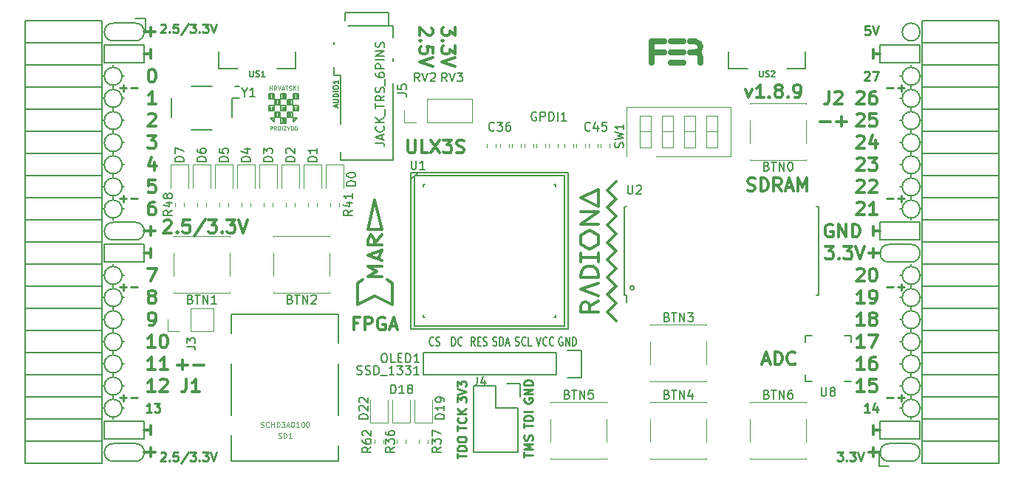
<source format=gto>
G04 #@! TF.GenerationSoftware,KiCad,Pcbnew,5.0.0-rc2+dfsg1-2*
G04 #@! TF.CreationDate,2018-06-06T21:24:22+02:00*
G04 #@! TF.ProjectId,ulx3s,756C7833732E6B696361645F70636200,rev?*
G04 #@! TF.SameCoordinates,Original*
G04 #@! TF.FileFunction,Legend,Top*
G04 #@! TF.FilePolarity,Positive*
%FSLAX46Y46*%
G04 Gerber Fmt 4.6, Leading zero omitted, Abs format (unit mm)*
G04 Created by KiCad (PCBNEW 5.0.0-rc2+dfsg1-2) date Wed Jun  6 21:24:22 2018*
%MOMM*%
%LPD*%
G01*
G04 APERTURE LIST*
%ADD10C,0.300000*%
%ADD11C,0.200000*%
%ADD12C,0.250000*%
%ADD13C,0.150000*%
%ADD14C,0.120000*%
%ADD15C,0.700000*%
%ADD16C,0.152400*%
%ADD17C,0.124460*%
%ADD18C,0.075000*%
G04 APERTURE END LIST*
D10*
X134560428Y-62144714D02*
X134560428Y-63073285D01*
X133989000Y-62573285D01*
X133989000Y-62787571D01*
X133917571Y-62930428D01*
X133846142Y-63001857D01*
X133703285Y-63073285D01*
X133346142Y-63073285D01*
X133203285Y-63001857D01*
X133131857Y-62930428D01*
X133060428Y-62787571D01*
X133060428Y-62359000D01*
X133131857Y-62216142D01*
X133203285Y-62144714D01*
X133203285Y-63716142D02*
X133131857Y-63787571D01*
X133060428Y-63716142D01*
X133131857Y-63644714D01*
X133203285Y-63716142D01*
X133060428Y-63716142D01*
X134560428Y-64287571D02*
X134560428Y-65216142D01*
X133989000Y-64716142D01*
X133989000Y-64930428D01*
X133917571Y-65073285D01*
X133846142Y-65144714D01*
X133703285Y-65216142D01*
X133346142Y-65216142D01*
X133203285Y-65144714D01*
X133131857Y-65073285D01*
X133060428Y-64930428D01*
X133060428Y-64501857D01*
X133131857Y-64359000D01*
X133203285Y-64287571D01*
X134560428Y-65644714D02*
X133060428Y-66144714D01*
X134560428Y-66644714D01*
X131877571Y-62216142D02*
X131949000Y-62287571D01*
X132020428Y-62430428D01*
X132020428Y-62787571D01*
X131949000Y-62930428D01*
X131877571Y-63001857D01*
X131734714Y-63073285D01*
X131591857Y-63073285D01*
X131377571Y-63001857D01*
X130520428Y-62144714D01*
X130520428Y-63073285D01*
X130663285Y-63716142D02*
X130591857Y-63787571D01*
X130520428Y-63716142D01*
X130591857Y-63644714D01*
X130663285Y-63716142D01*
X130520428Y-63716142D01*
X132020428Y-65144714D02*
X132020428Y-64430428D01*
X131306142Y-64359000D01*
X131377571Y-64430428D01*
X131449000Y-64573285D01*
X131449000Y-64930428D01*
X131377571Y-65073285D01*
X131306142Y-65144714D01*
X131163285Y-65216142D01*
X130806142Y-65216142D01*
X130663285Y-65144714D01*
X130591857Y-65073285D01*
X130520428Y-64930428D01*
X130520428Y-64573285D01*
X130591857Y-64430428D01*
X130663285Y-64359000D01*
X132020428Y-65644714D02*
X130520428Y-66144714D01*
X132020428Y-66644714D01*
X102760000Y-100897142D02*
X103902857Y-100897142D01*
X103331428Y-101468571D02*
X103331428Y-100325714D01*
X104617142Y-100897142D02*
X105760000Y-100897142D01*
X167847714Y-69226571D02*
X168204857Y-70226571D01*
X168562000Y-69226571D01*
X169919142Y-70226571D02*
X169062000Y-70226571D01*
X169490571Y-70226571D02*
X169490571Y-68726571D01*
X169347714Y-68940857D01*
X169204857Y-69083714D01*
X169062000Y-69155142D01*
X170562000Y-70083714D02*
X170633428Y-70155142D01*
X170562000Y-70226571D01*
X170490571Y-70155142D01*
X170562000Y-70083714D01*
X170562000Y-70226571D01*
X171490571Y-69369428D02*
X171347714Y-69298000D01*
X171276285Y-69226571D01*
X171204857Y-69083714D01*
X171204857Y-69012285D01*
X171276285Y-68869428D01*
X171347714Y-68798000D01*
X171490571Y-68726571D01*
X171776285Y-68726571D01*
X171919142Y-68798000D01*
X171990571Y-68869428D01*
X172062000Y-69012285D01*
X172062000Y-69083714D01*
X171990571Y-69226571D01*
X171919142Y-69298000D01*
X171776285Y-69369428D01*
X171490571Y-69369428D01*
X171347714Y-69440857D01*
X171276285Y-69512285D01*
X171204857Y-69655142D01*
X171204857Y-69940857D01*
X171276285Y-70083714D01*
X171347714Y-70155142D01*
X171490571Y-70226571D01*
X171776285Y-70226571D01*
X171919142Y-70155142D01*
X171990571Y-70083714D01*
X172062000Y-69940857D01*
X172062000Y-69655142D01*
X171990571Y-69512285D01*
X171919142Y-69440857D01*
X171776285Y-69369428D01*
X172704857Y-70083714D02*
X172776285Y-70155142D01*
X172704857Y-70226571D01*
X172633428Y-70155142D01*
X172704857Y-70083714D01*
X172704857Y-70226571D01*
X173490571Y-70226571D02*
X173776285Y-70226571D01*
X173919142Y-70155142D01*
X173990571Y-70083714D01*
X174133428Y-69869428D01*
X174204857Y-69583714D01*
X174204857Y-69012285D01*
X174133428Y-68869428D01*
X174062000Y-68798000D01*
X173919142Y-68726571D01*
X173633428Y-68726571D01*
X173490571Y-68798000D01*
X173419142Y-68869428D01*
X173347714Y-69012285D01*
X173347714Y-69369428D01*
X173419142Y-69512285D01*
X173490571Y-69583714D01*
X173633428Y-69655142D01*
X173919142Y-69655142D01*
X174062000Y-69583714D01*
X174133428Y-69512285D01*
X174204857Y-69369428D01*
X182492000Y-87582000D02*
X182492000Y-88598000D01*
X181984000Y-88090000D02*
X183254000Y-88090000D01*
X182492000Y-110442000D02*
X182492000Y-111458000D01*
X183254000Y-110950000D02*
X181984000Y-110950000D01*
X99688000Y-110442000D02*
X99688000Y-111458000D01*
X98926000Y-110950000D02*
X100196000Y-110950000D01*
X99688000Y-62182000D02*
X99688000Y-63198000D01*
X98926000Y-62690000D02*
X100196000Y-62690000D01*
X99688000Y-85042000D02*
X99688000Y-86058000D01*
X98926000Y-85550000D02*
X100196000Y-85550000D01*
D11*
X97910000Y-63706000D02*
G75*
G03X97910000Y-61674000I0J1016000D01*
G01*
X184270000Y-109934000D02*
G75*
G03X184270000Y-111966000I0J-1016000D01*
G01*
X95370000Y-111966000D02*
X97910000Y-111966000D01*
X95370000Y-109934000D02*
X97910000Y-109934000D01*
X97910000Y-111966000D02*
G75*
G03X97910000Y-109934000I0J1016000D01*
G01*
X95370000Y-109934000D02*
G75*
G03X95370000Y-111966000I0J-1016000D01*
G01*
X95370000Y-61674000D02*
X97910000Y-61674000D01*
X95370000Y-63706000D02*
X97910000Y-63706000D01*
X95370000Y-61674000D02*
G75*
G03X95370000Y-63706000I0J-1016000D01*
G01*
X95370000Y-84534000D02*
X97910000Y-84534000D01*
X95370000Y-86566000D02*
X97910000Y-86566000D01*
X95370000Y-84534000D02*
G75*
G03X95370000Y-86566000I0J-1016000D01*
G01*
X97910000Y-86566000D02*
G75*
G03X97910000Y-84534000I0J1016000D01*
G01*
X187826000Y-62690000D02*
G75*
G03X187826000Y-62690000I-1016000J0D01*
G01*
X184270000Y-89106000D02*
X186810000Y-89106000D01*
X184270000Y-87074000D02*
X186810000Y-87074000D01*
X184270000Y-87074000D02*
G75*
G03X184270000Y-89106000I0J-1016000D01*
G01*
X186810000Y-89106000D02*
G75*
G03X186810000Y-87074000I0J1016000D01*
G01*
X186810000Y-111966000D02*
X184270000Y-111966000D01*
X186810000Y-109934000D02*
X184270000Y-109934000D01*
X186810000Y-111966000D02*
G75*
G03X186810000Y-109934000I0J1016000D01*
G01*
X94354000Y-66246000D02*
X94354000Y-64214000D01*
X98926000Y-66246000D02*
X94354000Y-66246000D01*
X98926000Y-64214000D02*
X98926000Y-66246000D01*
X94354000Y-64214000D02*
X98926000Y-64214000D01*
X94354000Y-87074000D02*
X98926000Y-87074000D01*
X94354000Y-89106000D02*
X94354000Y-87074000D01*
X98926000Y-89106000D02*
X94354000Y-89106000D01*
X98926000Y-87074000D02*
X98926000Y-89106000D01*
X94354000Y-109426000D02*
X98926000Y-109426000D01*
X94354000Y-107394000D02*
X94354000Y-109426000D01*
X98926000Y-107394000D02*
X94354000Y-107394000D01*
X98926000Y-109426000D02*
X98926000Y-107394000D01*
X183254000Y-109426000D02*
X187826000Y-109426000D01*
X183254000Y-107394000D02*
X183254000Y-109426000D01*
X187826000Y-107394000D02*
X187826000Y-109426000D01*
X183254000Y-107394000D02*
X187826000Y-107394000D01*
X183254000Y-66246000D02*
X187826000Y-66246000D01*
X183254000Y-64214000D02*
X183254000Y-66246000D01*
X187826000Y-64214000D02*
X183254000Y-64214000D01*
X187826000Y-66246000D02*
X187826000Y-64214000D01*
X183254000Y-84534000D02*
X187826000Y-84534000D01*
X183254000Y-86566000D02*
X183254000Y-84534000D01*
X187826000Y-86566000D02*
X183254000Y-86566000D01*
X187826000Y-84534000D02*
X187826000Y-86566000D01*
D12*
X96148000Y-69111428D02*
X96909904Y-69111428D01*
X96528952Y-69492380D02*
X96528952Y-68730476D01*
X97386095Y-69111428D02*
X98148000Y-69111428D01*
X96148000Y-81811428D02*
X96909904Y-81811428D01*
X96528952Y-82192380D02*
X96528952Y-81430476D01*
X97386095Y-81811428D02*
X98148000Y-81811428D01*
X96148000Y-91971428D02*
X96909904Y-91971428D01*
X96528952Y-92352380D02*
X96528952Y-91590476D01*
X97386095Y-91971428D02*
X98148000Y-91971428D01*
X96148000Y-104671428D02*
X96909904Y-104671428D01*
X96528952Y-105052380D02*
X96528952Y-104290476D01*
X97386095Y-104671428D02*
X98148000Y-104671428D01*
X184032000Y-104671428D02*
X184793904Y-104671428D01*
X185270095Y-104671428D02*
X186032000Y-104671428D01*
X185651047Y-105052380D02*
X185651047Y-104290476D01*
X184032000Y-91971428D02*
X184793904Y-91971428D01*
X185270095Y-91971428D02*
X186032000Y-91971428D01*
X185651047Y-92352380D02*
X185651047Y-91590476D01*
X184032000Y-81811428D02*
X184793904Y-81811428D01*
X185270095Y-81811428D02*
X186032000Y-81811428D01*
X185651047Y-82192380D02*
X185651047Y-81430476D01*
X184032000Y-69111428D02*
X184793904Y-69111428D01*
X185270095Y-69111428D02*
X186032000Y-69111428D01*
X185651047Y-69492380D02*
X185651047Y-68730476D01*
D10*
X176420000Y-72957142D02*
X177562857Y-72957142D01*
X178277142Y-72957142D02*
X179420000Y-72957142D01*
X178848571Y-73528571D02*
X178848571Y-72385714D01*
D11*
X187826000Y-67770000D02*
G75*
G03X187826000Y-67770000I-1016000J0D01*
G01*
X187826000Y-70310000D02*
G75*
G03X187826000Y-70310000I-1016000J0D01*
G01*
X187826000Y-72850000D02*
G75*
G03X187826000Y-72850000I-1016000J0D01*
G01*
X187826000Y-75390000D02*
G75*
G03X187826000Y-75390000I-1016000J0D01*
G01*
X187826000Y-77930000D02*
G75*
G03X187826000Y-77930000I-1016000J0D01*
G01*
X187826000Y-80470000D02*
G75*
G03X187826000Y-80470000I-1016000J0D01*
G01*
X187826000Y-83010000D02*
G75*
G03X187826000Y-83010000I-1016000J0D01*
G01*
X187826000Y-90630000D02*
G75*
G03X187826000Y-90630000I-1016000J0D01*
G01*
X187826000Y-93170000D02*
G75*
G03X187826000Y-93170000I-1016000J0D01*
G01*
X187826000Y-95710000D02*
G75*
G03X187826000Y-95710000I-1016000J0D01*
G01*
X187826000Y-98250000D02*
G75*
G03X187826000Y-98250000I-1016000J0D01*
G01*
X187826000Y-100790000D02*
G75*
G03X187826000Y-100790000I-1016000J0D01*
G01*
X187826000Y-103330000D02*
G75*
G03X187826000Y-103330000I-1016000J0D01*
G01*
X187826000Y-105870000D02*
G75*
G03X187826000Y-105870000I-1016000J0D01*
G01*
X96386000Y-105870000D02*
G75*
G03X96386000Y-105870000I-1016000J0D01*
G01*
X96386000Y-103330000D02*
G75*
G03X96386000Y-103330000I-1016000J0D01*
G01*
X96386000Y-100790000D02*
G75*
G03X96386000Y-100790000I-1016000J0D01*
G01*
X96386000Y-98250000D02*
G75*
G03X96386000Y-98250000I-1016000J0D01*
G01*
X96386000Y-95710000D02*
G75*
G03X96386000Y-95710000I-1016000J0D01*
G01*
X96386000Y-93170000D02*
G75*
G03X96386000Y-93170000I-1016000J0D01*
G01*
X96386000Y-90630000D02*
G75*
G03X96386000Y-90630000I-1016000J0D01*
G01*
X96386000Y-83010000D02*
G75*
G03X96386000Y-83010000I-1016000J0D01*
G01*
X96386000Y-80470000D02*
G75*
G03X96386000Y-80470000I-1016000J0D01*
G01*
X96386000Y-77930000D02*
G75*
G03X96386000Y-77930000I-1016000J0D01*
G01*
X96386000Y-75390000D02*
G75*
G03X96386000Y-75390000I-1016000J0D01*
G01*
X96386000Y-72850000D02*
G75*
G03X96386000Y-72850000I-1016000J0D01*
G01*
X96386000Y-70310000D02*
G75*
G03X96386000Y-70310000I-1016000J0D01*
G01*
X96386000Y-67770000D02*
G75*
G03X96386000Y-67770000I-1016000J0D01*
G01*
D10*
X177793142Y-84800000D02*
X177650285Y-84728571D01*
X177436000Y-84728571D01*
X177221714Y-84800000D01*
X177078857Y-84942857D01*
X177007428Y-85085714D01*
X176936000Y-85371428D01*
X176936000Y-85585714D01*
X177007428Y-85871428D01*
X177078857Y-86014285D01*
X177221714Y-86157142D01*
X177436000Y-86228571D01*
X177578857Y-86228571D01*
X177793142Y-86157142D01*
X177864571Y-86085714D01*
X177864571Y-85585714D01*
X177578857Y-85585714D01*
X178507428Y-86228571D02*
X178507428Y-84728571D01*
X179364571Y-86228571D01*
X179364571Y-84728571D01*
X180078857Y-86228571D02*
X180078857Y-84728571D01*
X180436000Y-84728571D01*
X180650285Y-84800000D01*
X180793142Y-84942857D01*
X180864571Y-85085714D01*
X180936000Y-85371428D01*
X180936000Y-85585714D01*
X180864571Y-85871428D01*
X180793142Y-86014285D01*
X180650285Y-86157142D01*
X180436000Y-86228571D01*
X180078857Y-86228571D01*
X182492000Y-86058000D02*
X182492000Y-85042000D01*
X183254000Y-85550000D02*
X182492000Y-85550000D01*
X182492000Y-107902000D02*
X182492000Y-108918000D01*
X182492000Y-108410000D02*
X183254000Y-108410000D01*
D12*
X182047523Y-106322380D02*
X181476095Y-106322380D01*
X181761809Y-106322380D02*
X181761809Y-105322380D01*
X181666571Y-105465238D01*
X181571333Y-105560476D01*
X181476095Y-105608095D01*
X182904666Y-105655714D02*
X182904666Y-106322380D01*
X182666571Y-105274761D02*
X182428476Y-105989047D01*
X183047523Y-105989047D01*
X181476095Y-67317619D02*
X181523714Y-67270000D01*
X181618952Y-67222380D01*
X181857047Y-67222380D01*
X181952285Y-67270000D01*
X181999904Y-67317619D01*
X182047523Y-67412857D01*
X182047523Y-67508095D01*
X181999904Y-67650952D01*
X181428476Y-68222380D01*
X182047523Y-68222380D01*
X182380857Y-67222380D02*
X183047523Y-67222380D01*
X182618952Y-68222380D01*
D10*
X182492000Y-64722000D02*
X182492000Y-65738000D01*
X182492000Y-65230000D02*
X183254000Y-65230000D01*
X99688000Y-107902000D02*
X99688000Y-108918000D01*
X98926000Y-108410000D02*
X99688000Y-108410000D01*
X99315000Y-74568571D02*
X100243571Y-74568571D01*
X99743571Y-75140000D01*
X99957857Y-75140000D01*
X100100714Y-75211428D01*
X100172142Y-75282857D01*
X100243571Y-75425714D01*
X100243571Y-75782857D01*
X100172142Y-75925714D01*
X100100714Y-75997142D01*
X99957857Y-76068571D01*
X99529285Y-76068571D01*
X99386428Y-75997142D01*
X99315000Y-75925714D01*
X100100714Y-77608571D02*
X100100714Y-78608571D01*
X99743571Y-77037142D02*
X99386428Y-78108571D01*
X100315000Y-78108571D01*
X100172142Y-79648571D02*
X99457857Y-79648571D01*
X99386428Y-80362857D01*
X99457857Y-80291428D01*
X99600714Y-80220000D01*
X99957857Y-80220000D01*
X100100714Y-80291428D01*
X100172142Y-80362857D01*
X100243571Y-80505714D01*
X100243571Y-80862857D01*
X100172142Y-81005714D01*
X100100714Y-81077142D01*
X99957857Y-81148571D01*
X99600714Y-81148571D01*
X99457857Y-81077142D01*
X99386428Y-81005714D01*
D12*
X99751523Y-106322380D02*
X99180095Y-106322380D01*
X99465809Y-106322380D02*
X99465809Y-105322380D01*
X99370571Y-105465238D01*
X99275333Y-105560476D01*
X99180095Y-105608095D01*
X100084857Y-105322380D02*
X100703904Y-105322380D01*
X100370571Y-105703333D01*
X100513428Y-105703333D01*
X100608666Y-105750952D01*
X100656285Y-105798571D01*
X100703904Y-105893809D01*
X100703904Y-106131904D01*
X100656285Y-106227142D01*
X100608666Y-106274761D01*
X100513428Y-106322380D01*
X100227714Y-106322380D01*
X100132476Y-106274761D01*
X100084857Y-106227142D01*
D10*
X99315000Y-89808571D02*
X100315000Y-89808571D01*
X99672142Y-91308571D01*
X99688000Y-87582000D02*
X99688000Y-88598000D01*
X98926000Y-88090000D02*
X99688000Y-88090000D01*
X99688000Y-64722000D02*
X99688000Y-65738000D01*
X98926000Y-65230000D02*
X99688000Y-65230000D01*
D12*
X100817976Y-61874619D02*
X100865595Y-61827000D01*
X100960833Y-61779380D01*
X101198928Y-61779380D01*
X101294166Y-61827000D01*
X101341785Y-61874619D01*
X101389404Y-61969857D01*
X101389404Y-62065095D01*
X101341785Y-62207952D01*
X100770357Y-62779380D01*
X101389404Y-62779380D01*
X101817976Y-62684142D02*
X101865595Y-62731761D01*
X101817976Y-62779380D01*
X101770357Y-62731761D01*
X101817976Y-62684142D01*
X101817976Y-62779380D01*
X102770357Y-61779380D02*
X102294166Y-61779380D01*
X102246547Y-62255571D01*
X102294166Y-62207952D01*
X102389404Y-62160333D01*
X102627500Y-62160333D01*
X102722738Y-62207952D01*
X102770357Y-62255571D01*
X102817976Y-62350809D01*
X102817976Y-62588904D01*
X102770357Y-62684142D01*
X102722738Y-62731761D01*
X102627500Y-62779380D01*
X102389404Y-62779380D01*
X102294166Y-62731761D01*
X102246547Y-62684142D01*
X103960833Y-61731761D02*
X103103690Y-63017476D01*
X104198928Y-61779380D02*
X104817976Y-61779380D01*
X104484642Y-62160333D01*
X104627500Y-62160333D01*
X104722738Y-62207952D01*
X104770357Y-62255571D01*
X104817976Y-62350809D01*
X104817976Y-62588904D01*
X104770357Y-62684142D01*
X104722738Y-62731761D01*
X104627500Y-62779380D01*
X104341785Y-62779380D01*
X104246547Y-62731761D01*
X104198928Y-62684142D01*
X105246547Y-62684142D02*
X105294166Y-62731761D01*
X105246547Y-62779380D01*
X105198928Y-62731761D01*
X105246547Y-62684142D01*
X105246547Y-62779380D01*
X105627500Y-61779380D02*
X106246547Y-61779380D01*
X105913214Y-62160333D01*
X106056071Y-62160333D01*
X106151309Y-62207952D01*
X106198928Y-62255571D01*
X106246547Y-62350809D01*
X106246547Y-62588904D01*
X106198928Y-62684142D01*
X106151309Y-62731761D01*
X106056071Y-62779380D01*
X105770357Y-62779380D01*
X105675119Y-62731761D01*
X105627500Y-62684142D01*
X106532261Y-61779380D02*
X106865595Y-62779380D01*
X107198928Y-61779380D01*
X178360261Y-110910380D02*
X178979309Y-110910380D01*
X178645976Y-111291333D01*
X178788833Y-111291333D01*
X178884071Y-111338952D01*
X178931690Y-111386571D01*
X178979309Y-111481809D01*
X178979309Y-111719904D01*
X178931690Y-111815142D01*
X178884071Y-111862761D01*
X178788833Y-111910380D01*
X178503119Y-111910380D01*
X178407880Y-111862761D01*
X178360261Y-111815142D01*
X179407880Y-111815142D02*
X179455500Y-111862761D01*
X179407880Y-111910380D01*
X179360261Y-111862761D01*
X179407880Y-111815142D01*
X179407880Y-111910380D01*
X179788833Y-110910380D02*
X180407880Y-110910380D01*
X180074547Y-111291333D01*
X180217404Y-111291333D01*
X180312642Y-111338952D01*
X180360261Y-111386571D01*
X180407880Y-111481809D01*
X180407880Y-111719904D01*
X180360261Y-111815142D01*
X180312642Y-111862761D01*
X180217404Y-111910380D01*
X179931690Y-111910380D01*
X179836452Y-111862761D01*
X179788833Y-111815142D01*
X180693595Y-110910380D02*
X181026928Y-111910380D01*
X181360261Y-110910380D01*
D10*
X101199714Y-84381428D02*
X101271142Y-84310000D01*
X101414000Y-84238571D01*
X101771142Y-84238571D01*
X101914000Y-84310000D01*
X101985428Y-84381428D01*
X102056857Y-84524285D01*
X102056857Y-84667142D01*
X101985428Y-84881428D01*
X101128285Y-85738571D01*
X102056857Y-85738571D01*
X102699714Y-85595714D02*
X102771142Y-85667142D01*
X102699714Y-85738571D01*
X102628285Y-85667142D01*
X102699714Y-85595714D01*
X102699714Y-85738571D01*
X104128285Y-84238571D02*
X103414000Y-84238571D01*
X103342571Y-84952857D01*
X103414000Y-84881428D01*
X103556857Y-84810000D01*
X103914000Y-84810000D01*
X104056857Y-84881428D01*
X104128285Y-84952857D01*
X104199714Y-85095714D01*
X104199714Y-85452857D01*
X104128285Y-85595714D01*
X104056857Y-85667142D01*
X103914000Y-85738571D01*
X103556857Y-85738571D01*
X103414000Y-85667142D01*
X103342571Y-85595714D01*
X105914000Y-84167142D02*
X104628285Y-86095714D01*
X106271142Y-84238571D02*
X107199714Y-84238571D01*
X106699714Y-84810000D01*
X106914000Y-84810000D01*
X107056857Y-84881428D01*
X107128285Y-84952857D01*
X107199714Y-85095714D01*
X107199714Y-85452857D01*
X107128285Y-85595714D01*
X107056857Y-85667142D01*
X106914000Y-85738571D01*
X106485428Y-85738571D01*
X106342571Y-85667142D01*
X106271142Y-85595714D01*
X107842571Y-85595714D02*
X107914000Y-85667142D01*
X107842571Y-85738571D01*
X107771142Y-85667142D01*
X107842571Y-85595714D01*
X107842571Y-85738571D01*
X108414000Y-84238571D02*
X109342571Y-84238571D01*
X108842571Y-84810000D01*
X109056857Y-84810000D01*
X109199714Y-84881428D01*
X109271142Y-84952857D01*
X109342571Y-85095714D01*
X109342571Y-85452857D01*
X109271142Y-85595714D01*
X109199714Y-85667142D01*
X109056857Y-85738571D01*
X108628285Y-85738571D01*
X108485428Y-85667142D01*
X108414000Y-85595714D01*
X109771142Y-84238571D02*
X110271142Y-85738571D01*
X110771142Y-84238571D01*
D12*
X100817976Y-111023619D02*
X100865595Y-110976000D01*
X100960833Y-110928380D01*
X101198928Y-110928380D01*
X101294166Y-110976000D01*
X101341785Y-111023619D01*
X101389404Y-111118857D01*
X101389404Y-111214095D01*
X101341785Y-111356952D01*
X100770357Y-111928380D01*
X101389404Y-111928380D01*
X101817976Y-111833142D02*
X101865595Y-111880761D01*
X101817976Y-111928380D01*
X101770357Y-111880761D01*
X101817976Y-111833142D01*
X101817976Y-111928380D01*
X102770357Y-110928380D02*
X102294166Y-110928380D01*
X102246547Y-111404571D01*
X102294166Y-111356952D01*
X102389404Y-111309333D01*
X102627500Y-111309333D01*
X102722738Y-111356952D01*
X102770357Y-111404571D01*
X102817976Y-111499809D01*
X102817976Y-111737904D01*
X102770357Y-111833142D01*
X102722738Y-111880761D01*
X102627500Y-111928380D01*
X102389404Y-111928380D01*
X102294166Y-111880761D01*
X102246547Y-111833142D01*
X103960833Y-110880761D02*
X103103690Y-112166476D01*
X104198928Y-110928380D02*
X104817976Y-110928380D01*
X104484642Y-111309333D01*
X104627500Y-111309333D01*
X104722738Y-111356952D01*
X104770357Y-111404571D01*
X104817976Y-111499809D01*
X104817976Y-111737904D01*
X104770357Y-111833142D01*
X104722738Y-111880761D01*
X104627500Y-111928380D01*
X104341785Y-111928380D01*
X104246547Y-111880761D01*
X104198928Y-111833142D01*
X105246547Y-111833142D02*
X105294166Y-111880761D01*
X105246547Y-111928380D01*
X105198928Y-111880761D01*
X105246547Y-111833142D01*
X105246547Y-111928380D01*
X105627500Y-110928380D02*
X106246547Y-110928380D01*
X105913214Y-111309333D01*
X106056071Y-111309333D01*
X106151309Y-111356952D01*
X106198928Y-111404571D01*
X106246547Y-111499809D01*
X106246547Y-111737904D01*
X106198928Y-111833142D01*
X106151309Y-111880761D01*
X106056071Y-111928380D01*
X105770357Y-111928380D01*
X105675119Y-111880761D01*
X105627500Y-111833142D01*
X106532261Y-110928380D02*
X106865595Y-111928380D01*
X107198928Y-110928380D01*
X182047523Y-62015380D02*
X181571333Y-62015380D01*
X181523714Y-62491571D01*
X181571333Y-62443952D01*
X181666571Y-62396333D01*
X181904666Y-62396333D01*
X181999904Y-62443952D01*
X182047523Y-62491571D01*
X182095142Y-62586809D01*
X182095142Y-62824904D01*
X182047523Y-62920142D01*
X181999904Y-62967761D01*
X181904666Y-63015380D01*
X181666571Y-63015380D01*
X181571333Y-62967761D01*
X181523714Y-62920142D01*
X182380857Y-62015380D02*
X182714190Y-63015380D01*
X183047523Y-62015380D01*
D10*
X180587142Y-69631428D02*
X180658571Y-69560000D01*
X180801428Y-69488571D01*
X181158571Y-69488571D01*
X181301428Y-69560000D01*
X181372857Y-69631428D01*
X181444285Y-69774285D01*
X181444285Y-69917142D01*
X181372857Y-70131428D01*
X180515714Y-70988571D01*
X181444285Y-70988571D01*
X182730000Y-69488571D02*
X182444285Y-69488571D01*
X182301428Y-69560000D01*
X182230000Y-69631428D01*
X182087142Y-69845714D01*
X182015714Y-70131428D01*
X182015714Y-70702857D01*
X182087142Y-70845714D01*
X182158571Y-70917142D01*
X182301428Y-70988571D01*
X182587142Y-70988571D01*
X182730000Y-70917142D01*
X182801428Y-70845714D01*
X182872857Y-70702857D01*
X182872857Y-70345714D01*
X182801428Y-70202857D01*
X182730000Y-70131428D01*
X182587142Y-70060000D01*
X182301428Y-70060000D01*
X182158571Y-70131428D01*
X182087142Y-70202857D01*
X182015714Y-70345714D01*
X180587142Y-72171428D02*
X180658571Y-72100000D01*
X180801428Y-72028571D01*
X181158571Y-72028571D01*
X181301428Y-72100000D01*
X181372857Y-72171428D01*
X181444285Y-72314285D01*
X181444285Y-72457142D01*
X181372857Y-72671428D01*
X180515714Y-73528571D01*
X181444285Y-73528571D01*
X182801428Y-72028571D02*
X182087142Y-72028571D01*
X182015714Y-72742857D01*
X182087142Y-72671428D01*
X182230000Y-72600000D01*
X182587142Y-72600000D01*
X182730000Y-72671428D01*
X182801428Y-72742857D01*
X182872857Y-72885714D01*
X182872857Y-73242857D01*
X182801428Y-73385714D01*
X182730000Y-73457142D01*
X182587142Y-73528571D01*
X182230000Y-73528571D01*
X182087142Y-73457142D01*
X182015714Y-73385714D01*
X180587142Y-74711428D02*
X180658571Y-74640000D01*
X180801428Y-74568571D01*
X181158571Y-74568571D01*
X181301428Y-74640000D01*
X181372857Y-74711428D01*
X181444285Y-74854285D01*
X181444285Y-74997142D01*
X181372857Y-75211428D01*
X180515714Y-76068571D01*
X181444285Y-76068571D01*
X182730000Y-75068571D02*
X182730000Y-76068571D01*
X182372857Y-74497142D02*
X182015714Y-75568571D01*
X182944285Y-75568571D01*
X180587142Y-77251428D02*
X180658571Y-77180000D01*
X180801428Y-77108571D01*
X181158571Y-77108571D01*
X181301428Y-77180000D01*
X181372857Y-77251428D01*
X181444285Y-77394285D01*
X181444285Y-77537142D01*
X181372857Y-77751428D01*
X180515714Y-78608571D01*
X181444285Y-78608571D01*
X181944285Y-77108571D02*
X182872857Y-77108571D01*
X182372857Y-77680000D01*
X182587142Y-77680000D01*
X182730000Y-77751428D01*
X182801428Y-77822857D01*
X182872857Y-77965714D01*
X182872857Y-78322857D01*
X182801428Y-78465714D01*
X182730000Y-78537142D01*
X182587142Y-78608571D01*
X182158571Y-78608571D01*
X182015714Y-78537142D01*
X181944285Y-78465714D01*
X180587142Y-79791428D02*
X180658571Y-79720000D01*
X180801428Y-79648571D01*
X181158571Y-79648571D01*
X181301428Y-79720000D01*
X181372857Y-79791428D01*
X181444285Y-79934285D01*
X181444285Y-80077142D01*
X181372857Y-80291428D01*
X180515714Y-81148571D01*
X181444285Y-81148571D01*
X182015714Y-79791428D02*
X182087142Y-79720000D01*
X182230000Y-79648571D01*
X182587142Y-79648571D01*
X182730000Y-79720000D01*
X182801428Y-79791428D01*
X182872857Y-79934285D01*
X182872857Y-80077142D01*
X182801428Y-80291428D01*
X181944285Y-81148571D01*
X182872857Y-81148571D01*
X180587142Y-82331428D02*
X180658571Y-82260000D01*
X180801428Y-82188571D01*
X181158571Y-82188571D01*
X181301428Y-82260000D01*
X181372857Y-82331428D01*
X181444285Y-82474285D01*
X181444285Y-82617142D01*
X181372857Y-82831428D01*
X180515714Y-83688571D01*
X181444285Y-83688571D01*
X182872857Y-83688571D02*
X182015714Y-83688571D01*
X182444285Y-83688571D02*
X182444285Y-82188571D01*
X182301428Y-82402857D01*
X182158571Y-82545714D01*
X182015714Y-82617142D01*
X176975714Y-87268571D02*
X177904285Y-87268571D01*
X177404285Y-87840000D01*
X177618571Y-87840000D01*
X177761428Y-87911428D01*
X177832857Y-87982857D01*
X177904285Y-88125714D01*
X177904285Y-88482857D01*
X177832857Y-88625714D01*
X177761428Y-88697142D01*
X177618571Y-88768571D01*
X177190000Y-88768571D01*
X177047142Y-88697142D01*
X176975714Y-88625714D01*
X178547142Y-88625714D02*
X178618571Y-88697142D01*
X178547142Y-88768571D01*
X178475714Y-88697142D01*
X178547142Y-88625714D01*
X178547142Y-88768571D01*
X179118571Y-87268571D02*
X180047142Y-87268571D01*
X179547142Y-87840000D01*
X179761428Y-87840000D01*
X179904285Y-87911428D01*
X179975714Y-87982857D01*
X180047142Y-88125714D01*
X180047142Y-88482857D01*
X179975714Y-88625714D01*
X179904285Y-88697142D01*
X179761428Y-88768571D01*
X179332857Y-88768571D01*
X179190000Y-88697142D01*
X179118571Y-88625714D01*
X180475714Y-87268571D02*
X180975714Y-88768571D01*
X181475714Y-87268571D01*
X180587142Y-89951428D02*
X180658571Y-89880000D01*
X180801428Y-89808571D01*
X181158571Y-89808571D01*
X181301428Y-89880000D01*
X181372857Y-89951428D01*
X181444285Y-90094285D01*
X181444285Y-90237142D01*
X181372857Y-90451428D01*
X180515714Y-91308571D01*
X181444285Y-91308571D01*
X182372857Y-89808571D02*
X182515714Y-89808571D01*
X182658571Y-89880000D01*
X182730000Y-89951428D01*
X182801428Y-90094285D01*
X182872857Y-90380000D01*
X182872857Y-90737142D01*
X182801428Y-91022857D01*
X182730000Y-91165714D01*
X182658571Y-91237142D01*
X182515714Y-91308571D01*
X182372857Y-91308571D01*
X182230000Y-91237142D01*
X182158571Y-91165714D01*
X182087142Y-91022857D01*
X182015714Y-90737142D01*
X182015714Y-90380000D01*
X182087142Y-90094285D01*
X182158571Y-89951428D01*
X182230000Y-89880000D01*
X182372857Y-89808571D01*
X181444285Y-93848571D02*
X180587142Y-93848571D01*
X181015714Y-93848571D02*
X181015714Y-92348571D01*
X180872857Y-92562857D01*
X180730000Y-92705714D01*
X180587142Y-92777142D01*
X182158571Y-93848571D02*
X182444285Y-93848571D01*
X182587142Y-93777142D01*
X182658571Y-93705714D01*
X182801428Y-93491428D01*
X182872857Y-93205714D01*
X182872857Y-92634285D01*
X182801428Y-92491428D01*
X182730000Y-92420000D01*
X182587142Y-92348571D01*
X182301428Y-92348571D01*
X182158571Y-92420000D01*
X182087142Y-92491428D01*
X182015714Y-92634285D01*
X182015714Y-92991428D01*
X182087142Y-93134285D01*
X182158571Y-93205714D01*
X182301428Y-93277142D01*
X182587142Y-93277142D01*
X182730000Y-93205714D01*
X182801428Y-93134285D01*
X182872857Y-92991428D01*
X181444285Y-96388571D02*
X180587142Y-96388571D01*
X181015714Y-96388571D02*
X181015714Y-94888571D01*
X180872857Y-95102857D01*
X180730000Y-95245714D01*
X180587142Y-95317142D01*
X182301428Y-95531428D02*
X182158571Y-95460000D01*
X182087142Y-95388571D01*
X182015714Y-95245714D01*
X182015714Y-95174285D01*
X182087142Y-95031428D01*
X182158571Y-94960000D01*
X182301428Y-94888571D01*
X182587142Y-94888571D01*
X182730000Y-94960000D01*
X182801428Y-95031428D01*
X182872857Y-95174285D01*
X182872857Y-95245714D01*
X182801428Y-95388571D01*
X182730000Y-95460000D01*
X182587142Y-95531428D01*
X182301428Y-95531428D01*
X182158571Y-95602857D01*
X182087142Y-95674285D01*
X182015714Y-95817142D01*
X182015714Y-96102857D01*
X182087142Y-96245714D01*
X182158571Y-96317142D01*
X182301428Y-96388571D01*
X182587142Y-96388571D01*
X182730000Y-96317142D01*
X182801428Y-96245714D01*
X182872857Y-96102857D01*
X182872857Y-95817142D01*
X182801428Y-95674285D01*
X182730000Y-95602857D01*
X182587142Y-95531428D01*
X181444285Y-98928571D02*
X180587142Y-98928571D01*
X181015714Y-98928571D02*
X181015714Y-97428571D01*
X180872857Y-97642857D01*
X180730000Y-97785714D01*
X180587142Y-97857142D01*
X181944285Y-97428571D02*
X182944285Y-97428571D01*
X182301428Y-98928571D01*
X181444285Y-101468571D02*
X180587142Y-101468571D01*
X181015714Y-101468571D02*
X181015714Y-99968571D01*
X180872857Y-100182857D01*
X180730000Y-100325714D01*
X180587142Y-100397142D01*
X182730000Y-99968571D02*
X182444285Y-99968571D01*
X182301428Y-100040000D01*
X182230000Y-100111428D01*
X182087142Y-100325714D01*
X182015714Y-100611428D01*
X182015714Y-101182857D01*
X182087142Y-101325714D01*
X182158571Y-101397142D01*
X182301428Y-101468571D01*
X182587142Y-101468571D01*
X182730000Y-101397142D01*
X182801428Y-101325714D01*
X182872857Y-101182857D01*
X182872857Y-100825714D01*
X182801428Y-100682857D01*
X182730000Y-100611428D01*
X182587142Y-100540000D01*
X182301428Y-100540000D01*
X182158571Y-100611428D01*
X182087142Y-100682857D01*
X182015714Y-100825714D01*
X181444285Y-104008571D02*
X180587142Y-104008571D01*
X181015714Y-104008571D02*
X181015714Y-102508571D01*
X180872857Y-102722857D01*
X180730000Y-102865714D01*
X180587142Y-102937142D01*
X182801428Y-102508571D02*
X182087142Y-102508571D01*
X182015714Y-103222857D01*
X182087142Y-103151428D01*
X182230000Y-103080000D01*
X182587142Y-103080000D01*
X182730000Y-103151428D01*
X182801428Y-103222857D01*
X182872857Y-103365714D01*
X182872857Y-103722857D01*
X182801428Y-103865714D01*
X182730000Y-103937142D01*
X182587142Y-104008571D01*
X182230000Y-104008571D01*
X182087142Y-103937142D01*
X182015714Y-103865714D01*
D11*
X186810000Y-66500000D02*
X186810000Y-66754000D01*
X187826000Y-67770000D02*
X188080000Y-67770000D01*
X185540000Y-67770000D02*
X185794000Y-67770000D01*
X186810000Y-69294000D02*
X186810000Y-68786000D01*
X187826000Y-70310000D02*
X188080000Y-70310000D01*
X185540000Y-70310000D02*
X185794000Y-70310000D01*
X186810000Y-71326000D02*
X186810000Y-71834000D01*
X187826000Y-72850000D02*
X188080000Y-72850000D01*
X185540000Y-72850000D02*
X185794000Y-72850000D01*
X186810000Y-73866000D02*
X186810000Y-74374000D01*
X187826000Y-75390000D02*
X188080000Y-75390000D01*
X185540000Y-75390000D02*
X185794000Y-75390000D01*
X186810000Y-76406000D02*
X186810000Y-76914000D01*
X187826000Y-77930000D02*
X188080000Y-77930000D01*
X185540000Y-77930000D02*
X185794000Y-77930000D01*
X186810000Y-79454000D02*
X186810000Y-78946000D01*
X187826000Y-80470000D02*
X188080000Y-80470000D01*
X185540000Y-80470000D02*
X185794000Y-80470000D01*
X186810000Y-81994000D02*
X186810000Y-81486000D01*
X187826000Y-83010000D02*
X188080000Y-83010000D01*
X185540000Y-83010000D02*
X185794000Y-83010000D01*
X186810000Y-84026000D02*
X186810000Y-84280000D01*
X186810000Y-89360000D02*
X186810000Y-89614000D01*
X187826000Y-90630000D02*
X188080000Y-90630000D01*
X185540000Y-90630000D02*
X185794000Y-90630000D01*
X186810000Y-91646000D02*
X186810000Y-92154000D01*
X187826000Y-93170000D02*
X188080000Y-93170000D01*
X185540000Y-93170000D02*
X185794000Y-93170000D01*
X186810000Y-94186000D02*
X186810000Y-94694000D01*
X187826000Y-95710000D02*
X188080000Y-95710000D01*
X185540000Y-95710000D02*
X185794000Y-95710000D01*
X186810000Y-97234000D02*
X186810000Y-96726000D01*
X187826000Y-98250000D02*
X188080000Y-98250000D01*
X185540000Y-98250000D02*
X185794000Y-98250000D01*
X187826000Y-100790000D02*
X188080000Y-100790000D01*
X185540000Y-100790000D02*
X185794000Y-100790000D01*
X186810000Y-99266000D02*
X186810000Y-99774000D01*
X186810000Y-102314000D02*
X186810000Y-101806000D01*
X187826000Y-103330000D02*
X188080000Y-103330000D01*
X185540000Y-103330000D02*
X185794000Y-103330000D01*
X186810000Y-104346000D02*
X186810000Y-104854000D01*
X185540000Y-105870000D02*
X185794000Y-105870000D01*
X187826000Y-105870000D02*
X188080000Y-105870000D01*
X186810000Y-106886000D02*
X186810000Y-107140000D01*
X95370000Y-66754000D02*
X95370000Y-66500000D01*
X96386000Y-67770000D02*
X96640000Y-67770000D01*
X94100000Y-67770000D02*
X94354000Y-67770000D01*
X95370000Y-68786000D02*
X95370000Y-69294000D01*
X96386000Y-70310000D02*
X96640000Y-70310000D01*
X94100000Y-70310000D02*
X94354000Y-70310000D01*
X95370000Y-71326000D02*
X95370000Y-71834000D01*
X96386000Y-72850000D02*
X96640000Y-72850000D01*
X94100000Y-72850000D02*
X94354000Y-72850000D01*
X95370000Y-73866000D02*
X95370000Y-74374000D01*
X96386000Y-75390000D02*
X96640000Y-75390000D01*
X95370000Y-76406000D02*
X95370000Y-76914000D01*
X96386000Y-77930000D02*
X96640000Y-77930000D01*
X94100000Y-77930000D02*
X94354000Y-77930000D01*
X95370000Y-79454000D02*
X95370000Y-78946000D01*
X96386000Y-80470000D02*
X96640000Y-80470000D01*
X94100000Y-80470000D02*
X94354000Y-80470000D01*
X95370000Y-81486000D02*
X95370000Y-81994000D01*
X96386000Y-83010000D02*
X96640000Y-83010000D01*
X95370000Y-84026000D02*
X95370000Y-84280000D01*
X94100000Y-83010000D02*
X94354000Y-83010000D01*
X95370000Y-106886000D02*
X95370000Y-107140000D01*
X95370000Y-89360000D02*
X95370000Y-89614000D01*
X96386000Y-93170000D02*
X96640000Y-93170000D01*
X94100000Y-93170000D02*
X94354000Y-93170000D01*
X95370000Y-94186000D02*
X95370000Y-94694000D01*
X94100000Y-90630000D02*
X94354000Y-90630000D01*
X96386000Y-90630000D02*
X96640000Y-90630000D01*
X95370000Y-92154000D02*
X95370000Y-91646000D01*
X96386000Y-95710000D02*
X96640000Y-95710000D01*
X94100000Y-95710000D02*
X94354000Y-95710000D01*
X96386000Y-98250000D02*
X96640000Y-98250000D01*
X94354000Y-98250000D02*
X94100000Y-98250000D01*
X95370000Y-96726000D02*
X95370000Y-97234000D01*
X95370000Y-99266000D02*
X95370000Y-99774000D01*
X94100000Y-100790000D02*
X94354000Y-100790000D01*
X96386000Y-100790000D02*
X96640000Y-100790000D01*
X94100000Y-103330000D02*
X94354000Y-103330000D01*
X96386000Y-103330000D02*
X96640000Y-103330000D01*
X95370000Y-101806000D02*
X95370000Y-102314000D01*
X95370000Y-104346000D02*
X95370000Y-104854000D01*
X96386000Y-105870000D02*
X96640000Y-105870000D01*
X94100000Y-105870000D02*
X94354000Y-105870000D01*
D10*
X100164285Y-104008571D02*
X99307142Y-104008571D01*
X99735714Y-104008571D02*
X99735714Y-102508571D01*
X99592857Y-102722857D01*
X99450000Y-102865714D01*
X99307142Y-102937142D01*
X100735714Y-102651428D02*
X100807142Y-102580000D01*
X100950000Y-102508571D01*
X101307142Y-102508571D01*
X101450000Y-102580000D01*
X101521428Y-102651428D01*
X101592857Y-102794285D01*
X101592857Y-102937142D01*
X101521428Y-103151428D01*
X100664285Y-104008571D01*
X101592857Y-104008571D01*
X100164285Y-101468571D02*
X99307142Y-101468571D01*
X99735714Y-101468571D02*
X99735714Y-99968571D01*
X99592857Y-100182857D01*
X99450000Y-100325714D01*
X99307142Y-100397142D01*
X101592857Y-101468571D02*
X100735714Y-101468571D01*
X101164285Y-101468571D02*
X101164285Y-99968571D01*
X101021428Y-100182857D01*
X100878571Y-100325714D01*
X100735714Y-100397142D01*
X100164285Y-98928571D02*
X99307142Y-98928571D01*
X99735714Y-98928571D02*
X99735714Y-97428571D01*
X99592857Y-97642857D01*
X99450000Y-97785714D01*
X99307142Y-97857142D01*
X101092857Y-97428571D02*
X101235714Y-97428571D01*
X101378571Y-97500000D01*
X101450000Y-97571428D01*
X101521428Y-97714285D01*
X101592857Y-98000000D01*
X101592857Y-98357142D01*
X101521428Y-98642857D01*
X101450000Y-98785714D01*
X101378571Y-98857142D01*
X101235714Y-98928571D01*
X101092857Y-98928571D01*
X100950000Y-98857142D01*
X100878571Y-98785714D01*
X100807142Y-98642857D01*
X100735714Y-98357142D01*
X100735714Y-98000000D01*
X100807142Y-97714285D01*
X100878571Y-97571428D01*
X100950000Y-97500000D01*
X101092857Y-97428571D01*
X99529285Y-96388571D02*
X99815000Y-96388571D01*
X99957857Y-96317142D01*
X100029285Y-96245714D01*
X100172142Y-96031428D01*
X100243571Y-95745714D01*
X100243571Y-95174285D01*
X100172142Y-95031428D01*
X100100714Y-94960000D01*
X99957857Y-94888571D01*
X99672142Y-94888571D01*
X99529285Y-94960000D01*
X99457857Y-95031428D01*
X99386428Y-95174285D01*
X99386428Y-95531428D01*
X99457857Y-95674285D01*
X99529285Y-95745714D01*
X99672142Y-95817142D01*
X99957857Y-95817142D01*
X100100714Y-95745714D01*
X100172142Y-95674285D01*
X100243571Y-95531428D01*
X99672142Y-92991428D02*
X99529285Y-92920000D01*
X99457857Y-92848571D01*
X99386428Y-92705714D01*
X99386428Y-92634285D01*
X99457857Y-92491428D01*
X99529285Y-92420000D01*
X99672142Y-92348571D01*
X99957857Y-92348571D01*
X100100714Y-92420000D01*
X100172142Y-92491428D01*
X100243571Y-92634285D01*
X100243571Y-92705714D01*
X100172142Y-92848571D01*
X100100714Y-92920000D01*
X99957857Y-92991428D01*
X99672142Y-92991428D01*
X99529285Y-93062857D01*
X99457857Y-93134285D01*
X99386428Y-93277142D01*
X99386428Y-93562857D01*
X99457857Y-93705714D01*
X99529285Y-93777142D01*
X99672142Y-93848571D01*
X99957857Y-93848571D01*
X100100714Y-93777142D01*
X100172142Y-93705714D01*
X100243571Y-93562857D01*
X100243571Y-93277142D01*
X100172142Y-93134285D01*
X100100714Y-93062857D01*
X99957857Y-92991428D01*
X100100714Y-82188571D02*
X99815000Y-82188571D01*
X99672142Y-82260000D01*
X99600714Y-82331428D01*
X99457857Y-82545714D01*
X99386428Y-82831428D01*
X99386428Y-83402857D01*
X99457857Y-83545714D01*
X99529285Y-83617142D01*
X99672142Y-83688571D01*
X99957857Y-83688571D01*
X100100714Y-83617142D01*
X100172142Y-83545714D01*
X100243571Y-83402857D01*
X100243571Y-83045714D01*
X100172142Y-82902857D01*
X100100714Y-82831428D01*
X99957857Y-82760000D01*
X99672142Y-82760000D01*
X99529285Y-82831428D01*
X99457857Y-82902857D01*
X99386428Y-83045714D01*
X99386428Y-72171428D02*
X99457857Y-72100000D01*
X99600714Y-72028571D01*
X99957857Y-72028571D01*
X100100714Y-72100000D01*
X100172142Y-72171428D01*
X100243571Y-72314285D01*
X100243571Y-72457142D01*
X100172142Y-72671428D01*
X99315000Y-73528571D01*
X100243571Y-73528571D01*
X100243571Y-70988571D02*
X99386428Y-70988571D01*
X99815000Y-70988571D02*
X99815000Y-69488571D01*
X99672142Y-69702857D01*
X99529285Y-69845714D01*
X99386428Y-69917142D01*
X99743571Y-66948571D02*
X99886428Y-66948571D01*
X100029285Y-67020000D01*
X100100714Y-67091428D01*
X100172142Y-67234285D01*
X100243571Y-67520000D01*
X100243571Y-67877142D01*
X100172142Y-68162857D01*
X100100714Y-68305714D01*
X100029285Y-68377142D01*
X99886428Y-68448571D01*
X99743571Y-68448571D01*
X99600714Y-68377142D01*
X99529285Y-68305714D01*
X99457857Y-68162857D01*
X99386428Y-67877142D01*
X99386428Y-67520000D01*
X99457857Y-67234285D01*
X99529285Y-67091428D01*
X99600714Y-67020000D01*
X99743571Y-66948571D01*
X129148428Y-75076571D02*
X129148428Y-76290857D01*
X129219857Y-76433714D01*
X129291285Y-76505142D01*
X129434142Y-76576571D01*
X129719857Y-76576571D01*
X129862714Y-76505142D01*
X129934142Y-76433714D01*
X130005571Y-76290857D01*
X130005571Y-75076571D01*
X131434142Y-76576571D02*
X130719857Y-76576571D01*
X130719857Y-75076571D01*
X131791285Y-75076571D02*
X132791285Y-76576571D01*
X132791285Y-75076571D02*
X131791285Y-76576571D01*
X133219857Y-75076571D02*
X134148428Y-75076571D01*
X133648428Y-75648000D01*
X133862714Y-75648000D01*
X134005571Y-75719428D01*
X134077000Y-75790857D01*
X134148428Y-75933714D01*
X134148428Y-76290857D01*
X134077000Y-76433714D01*
X134005571Y-76505142D01*
X133862714Y-76576571D01*
X133434142Y-76576571D01*
X133291285Y-76505142D01*
X133219857Y-76433714D01*
X134719857Y-76505142D02*
X134934142Y-76576571D01*
X135291285Y-76576571D01*
X135434142Y-76505142D01*
X135505571Y-76433714D01*
X135577000Y-76290857D01*
X135577000Y-76148000D01*
X135505571Y-76005142D01*
X135434142Y-75933714D01*
X135291285Y-75862285D01*
X135005571Y-75790857D01*
X134862714Y-75719428D01*
X134791285Y-75648000D01*
X134719857Y-75505142D01*
X134719857Y-75362285D01*
X134791285Y-75219428D01*
X134862714Y-75148000D01*
X135005571Y-75076571D01*
X135362714Y-75076571D01*
X135577000Y-75148000D01*
X123413428Y-96110857D02*
X122913428Y-96110857D01*
X122913428Y-96896571D02*
X122913428Y-95396571D01*
X123627714Y-95396571D01*
X124199142Y-96896571D02*
X124199142Y-95396571D01*
X124770571Y-95396571D01*
X124913428Y-95468000D01*
X124984857Y-95539428D01*
X125056285Y-95682285D01*
X125056285Y-95896571D01*
X124984857Y-96039428D01*
X124913428Y-96110857D01*
X124770571Y-96182285D01*
X124199142Y-96182285D01*
X126484857Y-95468000D02*
X126342000Y-95396571D01*
X126127714Y-95396571D01*
X125913428Y-95468000D01*
X125770571Y-95610857D01*
X125699142Y-95753714D01*
X125627714Y-96039428D01*
X125627714Y-96253714D01*
X125699142Y-96539428D01*
X125770571Y-96682285D01*
X125913428Y-96825142D01*
X126127714Y-96896571D01*
X126270571Y-96896571D01*
X126484857Y-96825142D01*
X126556285Y-96753714D01*
X126556285Y-96253714D01*
X126270571Y-96253714D01*
X127127714Y-96468000D02*
X127842000Y-96468000D01*
X126984857Y-96896571D02*
X127484857Y-95396571D01*
X127984857Y-96896571D01*
X168077928Y-80886642D02*
X168292214Y-80958071D01*
X168649357Y-80958071D01*
X168792214Y-80886642D01*
X168863642Y-80815214D01*
X168935071Y-80672357D01*
X168935071Y-80529500D01*
X168863642Y-80386642D01*
X168792214Y-80315214D01*
X168649357Y-80243785D01*
X168363642Y-80172357D01*
X168220785Y-80100928D01*
X168149357Y-80029500D01*
X168077928Y-79886642D01*
X168077928Y-79743785D01*
X168149357Y-79600928D01*
X168220785Y-79529500D01*
X168363642Y-79458071D01*
X168720785Y-79458071D01*
X168935071Y-79529500D01*
X169577928Y-80958071D02*
X169577928Y-79458071D01*
X169935071Y-79458071D01*
X170149357Y-79529500D01*
X170292214Y-79672357D01*
X170363642Y-79815214D01*
X170435071Y-80100928D01*
X170435071Y-80315214D01*
X170363642Y-80600928D01*
X170292214Y-80743785D01*
X170149357Y-80886642D01*
X169935071Y-80958071D01*
X169577928Y-80958071D01*
X171935071Y-80958071D02*
X171435071Y-80243785D01*
X171077928Y-80958071D02*
X171077928Y-79458071D01*
X171649357Y-79458071D01*
X171792214Y-79529500D01*
X171863642Y-79600928D01*
X171935071Y-79743785D01*
X171935071Y-79958071D01*
X171863642Y-80100928D01*
X171792214Y-80172357D01*
X171649357Y-80243785D01*
X171077928Y-80243785D01*
X172506500Y-80529500D02*
X173220785Y-80529500D01*
X172363642Y-80958071D02*
X172863642Y-79458071D01*
X173363642Y-80958071D01*
X173863642Y-80958071D02*
X173863642Y-79458071D01*
X174363642Y-80529500D01*
X174863642Y-79458071D01*
X174863642Y-80958071D01*
X169822857Y-100450000D02*
X170537142Y-100450000D01*
X169680000Y-100878571D02*
X170180000Y-99378571D01*
X170680000Y-100878571D01*
X171180000Y-100878571D02*
X171180000Y-99378571D01*
X171537142Y-99378571D01*
X171751428Y-99450000D01*
X171894285Y-99592857D01*
X171965714Y-99735714D01*
X172037142Y-100021428D01*
X172037142Y-100235714D01*
X171965714Y-100521428D01*
X171894285Y-100664285D01*
X171751428Y-100807142D01*
X171537142Y-100878571D01*
X171180000Y-100878571D01*
X173537142Y-100735714D02*
X173465714Y-100807142D01*
X173251428Y-100878571D01*
X173108571Y-100878571D01*
X172894285Y-100807142D01*
X172751428Y-100664285D01*
X172680000Y-100521428D01*
X172608571Y-100235714D01*
X172608571Y-100021428D01*
X172680000Y-99735714D01*
X172751428Y-99592857D01*
X172894285Y-99450000D01*
X173108571Y-99378571D01*
X173251428Y-99378571D01*
X173465714Y-99450000D01*
X173537142Y-99521428D01*
D12*
X142447380Y-111521333D02*
X142447380Y-110949904D01*
X143447380Y-111235619D02*
X142447380Y-111235619D01*
X143447380Y-110616571D02*
X142447380Y-110616571D01*
X143161666Y-110283238D01*
X142447380Y-109949904D01*
X143447380Y-109949904D01*
X143399761Y-109521333D02*
X143447380Y-109378476D01*
X143447380Y-109140380D01*
X143399761Y-109045142D01*
X143352142Y-108997523D01*
X143256904Y-108949904D01*
X143161666Y-108949904D01*
X143066428Y-108997523D01*
X143018809Y-109045142D01*
X142971190Y-109140380D01*
X142923571Y-109330857D01*
X142875952Y-109426095D01*
X142828333Y-109473714D01*
X142733095Y-109521333D01*
X142637857Y-109521333D01*
X142542619Y-109473714D01*
X142495000Y-109426095D01*
X142447380Y-109330857D01*
X142447380Y-109092761D01*
X142495000Y-108949904D01*
X142447380Y-108163809D02*
X142447380Y-107592380D01*
X143447380Y-107878095D02*
X142447380Y-107878095D01*
X143447380Y-107259047D02*
X142447380Y-107259047D01*
X142447380Y-107020952D01*
X142495000Y-106878095D01*
X142590238Y-106782857D01*
X142685476Y-106735238D01*
X142875952Y-106687619D01*
X143018809Y-106687619D01*
X143209285Y-106735238D01*
X143304523Y-106782857D01*
X143399761Y-106878095D01*
X143447380Y-107020952D01*
X143447380Y-107259047D01*
X143447380Y-106259047D02*
X142447380Y-106259047D01*
X142495000Y-104726904D02*
X142447380Y-104822142D01*
X142447380Y-104965000D01*
X142495000Y-105107857D01*
X142590238Y-105203095D01*
X142685476Y-105250714D01*
X142875952Y-105298333D01*
X143018809Y-105298333D01*
X143209285Y-105250714D01*
X143304523Y-105203095D01*
X143399761Y-105107857D01*
X143447380Y-104965000D01*
X143447380Y-104869761D01*
X143399761Y-104726904D01*
X143352142Y-104679285D01*
X143018809Y-104679285D01*
X143018809Y-104869761D01*
X143447380Y-104250714D02*
X142447380Y-104250714D01*
X143447380Y-103679285D01*
X142447380Y-103679285D01*
X143447380Y-103203095D02*
X142447380Y-103203095D01*
X142447380Y-102965000D01*
X142495000Y-102822142D01*
X142590238Y-102726904D01*
X142685476Y-102679285D01*
X142875952Y-102631666D01*
X143018809Y-102631666D01*
X143209285Y-102679285D01*
X143304523Y-102726904D01*
X143399761Y-102822142D01*
X143447380Y-102965000D01*
X143447380Y-103203095D01*
X134827380Y-111624523D02*
X134827380Y-111053095D01*
X135827380Y-111338809D02*
X134827380Y-111338809D01*
X135827380Y-110719761D02*
X134827380Y-110719761D01*
X134827380Y-110481666D01*
X134875000Y-110338809D01*
X134970238Y-110243571D01*
X135065476Y-110195952D01*
X135255952Y-110148333D01*
X135398809Y-110148333D01*
X135589285Y-110195952D01*
X135684523Y-110243571D01*
X135779761Y-110338809D01*
X135827380Y-110481666D01*
X135827380Y-110719761D01*
X134827380Y-109529285D02*
X134827380Y-109338809D01*
X134875000Y-109243571D01*
X134970238Y-109148333D01*
X135160714Y-109100714D01*
X135494047Y-109100714D01*
X135684523Y-109148333D01*
X135779761Y-109243571D01*
X135827380Y-109338809D01*
X135827380Y-109529285D01*
X135779761Y-109624523D01*
X135684523Y-109719761D01*
X135494047Y-109767380D01*
X135160714Y-109767380D01*
X134970238Y-109719761D01*
X134875000Y-109624523D01*
X134827380Y-109529285D01*
X134827380Y-108425714D02*
X134827380Y-107854285D01*
X135827380Y-108140000D02*
X134827380Y-108140000D01*
X135732142Y-106949523D02*
X135779761Y-106997142D01*
X135827380Y-107140000D01*
X135827380Y-107235238D01*
X135779761Y-107378095D01*
X135684523Y-107473333D01*
X135589285Y-107520952D01*
X135398809Y-107568571D01*
X135255952Y-107568571D01*
X135065476Y-107520952D01*
X134970238Y-107473333D01*
X134875000Y-107378095D01*
X134827380Y-107235238D01*
X134827380Y-107140000D01*
X134875000Y-106997142D01*
X134922619Y-106949523D01*
X135827380Y-106520952D02*
X134827380Y-106520952D01*
X135827380Y-105949523D02*
X135255952Y-106378095D01*
X134827380Y-105949523D02*
X135398809Y-106520952D01*
X134827380Y-105203095D02*
X134827380Y-104584047D01*
X135208333Y-104917380D01*
X135208333Y-104774523D01*
X135255952Y-104679285D01*
X135303571Y-104631666D01*
X135398809Y-104584047D01*
X135636904Y-104584047D01*
X135732142Y-104631666D01*
X135779761Y-104679285D01*
X135827380Y-104774523D01*
X135827380Y-105060238D01*
X135779761Y-105155476D01*
X135732142Y-105203095D01*
X134827380Y-104298333D02*
X135827380Y-103965000D01*
X134827380Y-103631666D01*
X134827380Y-103393571D02*
X134827380Y-102774523D01*
X135208333Y-103107857D01*
X135208333Y-102965000D01*
X135255952Y-102869761D01*
X135303571Y-102822142D01*
X135398809Y-102774523D01*
X135636904Y-102774523D01*
X135732142Y-102822142D01*
X135779761Y-102869761D01*
X135827380Y-102965000D01*
X135827380Y-103250714D01*
X135779761Y-103345952D01*
X135732142Y-103393571D01*
D13*
G04 #@! TO.C,US2*
X165900000Y-66925000D02*
X165900000Y-64975000D01*
X168050000Y-66925000D02*
X165900000Y-66925000D01*
X174700000Y-66925000D02*
X172550000Y-66925000D01*
X174700000Y-64925000D02*
X174700000Y-66925000D01*
G04 #@! TO.C,US1*
X107480000Y-66925000D02*
X107480000Y-64975000D01*
X109630000Y-66925000D02*
X107480000Y-66925000D01*
X116280000Y-66925000D02*
X114130000Y-66925000D01*
X116280000Y-64925000D02*
X116280000Y-66925000D01*
G04 #@! TO.C,J1*
X85270000Y-112220000D02*
X94100000Y-112220000D01*
X85270000Y-109680000D02*
X85270000Y-112220000D01*
X94100000Y-109680000D02*
X94100000Y-112220000D01*
X94100000Y-112220000D02*
X85270000Y-112220000D01*
X94100000Y-109680000D02*
X85270000Y-109680000D01*
X94100000Y-107140000D02*
X94100000Y-109680000D01*
X85270000Y-107140000D02*
X85270000Y-109680000D01*
X85270000Y-109680000D02*
X94100000Y-109680000D01*
X85270000Y-91900000D02*
X94100000Y-91900000D01*
X85270000Y-89360000D02*
X85270000Y-91900000D01*
X94100000Y-89360000D02*
X94100000Y-91900000D01*
X94100000Y-91900000D02*
X85270000Y-91900000D01*
X94100000Y-94440000D02*
X85270000Y-94440000D01*
X94100000Y-91900000D02*
X94100000Y-94440000D01*
X85270000Y-91900000D02*
X85270000Y-94440000D01*
X85270000Y-94440000D02*
X94100000Y-94440000D01*
X85270000Y-107140000D02*
X94100000Y-107140000D01*
X85270000Y-104600000D02*
X85270000Y-107140000D01*
X94100000Y-104600000D02*
X94100000Y-107140000D01*
X94100000Y-107140000D02*
X85270000Y-107140000D01*
X94100000Y-104600000D02*
X85270000Y-104600000D01*
X94100000Y-102060000D02*
X94100000Y-104600000D01*
X85270000Y-102060000D02*
X85270000Y-104600000D01*
X85270000Y-104600000D02*
X94100000Y-104600000D01*
X85270000Y-102060000D02*
X94100000Y-102060000D01*
X85270000Y-99520000D02*
X85270000Y-102060000D01*
X94100000Y-99520000D02*
X94100000Y-102060000D01*
X94100000Y-102060000D02*
X85270000Y-102060000D01*
X94100000Y-99520000D02*
X85270000Y-99520000D01*
X94100000Y-96980000D02*
X94100000Y-99520000D01*
X85270000Y-96980000D02*
X85270000Y-99520000D01*
X85270000Y-99520000D02*
X94100000Y-99520000D01*
X85270000Y-96980000D02*
X94100000Y-96980000D01*
X85270000Y-94440000D02*
X85270000Y-96980000D01*
X94100000Y-94440000D02*
X94100000Y-96980000D01*
X94100000Y-96980000D02*
X85270000Y-96980000D01*
X94100000Y-79200000D02*
X85270000Y-79200000D01*
X94100000Y-76660000D02*
X94100000Y-79200000D01*
X85270000Y-76660000D02*
X85270000Y-79200000D01*
X85270000Y-79200000D02*
X94100000Y-79200000D01*
X85270000Y-81740000D02*
X94100000Y-81740000D01*
X85270000Y-79200000D02*
X85270000Y-81740000D01*
X94100000Y-79200000D02*
X94100000Y-81740000D01*
X94100000Y-81740000D02*
X85270000Y-81740000D01*
X94100000Y-84280000D02*
X85270000Y-84280000D01*
X94100000Y-81740000D02*
X94100000Y-84280000D01*
X85270000Y-81740000D02*
X85270000Y-84280000D01*
X85270000Y-84280000D02*
X94100000Y-84280000D01*
X85270000Y-86820000D02*
X94100000Y-86820000D01*
X85270000Y-84280000D02*
X85270000Y-86820000D01*
X94100000Y-84280000D02*
X94100000Y-86820000D01*
X94100000Y-86820000D02*
X85270000Y-86820000D01*
X94100000Y-89360000D02*
X85270000Y-89360000D01*
X94100000Y-86820000D02*
X94100000Y-89360000D01*
X85270000Y-86820000D02*
X85270000Y-89360000D01*
X85270000Y-89360000D02*
X94100000Y-89360000D01*
X85270000Y-76660000D02*
X94100000Y-76660000D01*
X85270000Y-74120000D02*
X85270000Y-76660000D01*
X94100000Y-74120000D02*
X94100000Y-76660000D01*
X94100000Y-76660000D02*
X85270000Y-76660000D01*
X94100000Y-74120000D02*
X85270000Y-74120000D01*
X94100000Y-71580000D02*
X94100000Y-74120000D01*
X85270000Y-71580000D02*
X85270000Y-74120000D01*
X85270000Y-74120000D02*
X94100000Y-74120000D01*
X85270000Y-71580000D02*
X94100000Y-71580000D01*
X85270000Y-69040000D02*
X85270000Y-71580000D01*
X94100000Y-69040000D02*
X94100000Y-71580000D01*
X94100000Y-71580000D02*
X85270000Y-71580000D01*
X94100000Y-69040000D02*
X85270000Y-69040000D01*
X94100000Y-66500000D02*
X94100000Y-69040000D01*
X85270000Y-66500000D02*
X85270000Y-69040000D01*
X85270000Y-69040000D02*
X94100000Y-69040000D01*
X85270000Y-66500000D02*
X94100000Y-66500000D01*
X85270000Y-63960000D02*
X85270000Y-66500000D01*
X94100000Y-63960000D02*
X94100000Y-66500000D01*
X94100000Y-66500000D02*
X85270000Y-66500000D01*
X94100000Y-63960000D02*
X85270000Y-63960000D01*
X94100000Y-61420000D02*
X94100000Y-63960000D01*
X99060000Y-62690000D02*
X99060000Y-61140000D01*
X99060000Y-61140000D02*
X97910000Y-61140000D01*
X94100000Y-61420000D02*
X85270000Y-61420000D01*
X85270000Y-61420000D02*
X85270000Y-63960000D01*
X85270000Y-63960000D02*
X94100000Y-63960000D01*
G04 #@! TO.C,J2*
X196910000Y-61420000D02*
X188080000Y-61420000D01*
X196910000Y-63960000D02*
X196910000Y-61420000D01*
X188080000Y-63960000D02*
X188080000Y-61420000D01*
X188080000Y-61420000D02*
X196910000Y-61420000D01*
X188080000Y-63960000D02*
X196910000Y-63960000D01*
X188080000Y-66500000D02*
X188080000Y-63960000D01*
X196910000Y-66500000D02*
X196910000Y-63960000D01*
X196910000Y-63960000D02*
X188080000Y-63960000D01*
X196910000Y-81740000D02*
X188080000Y-81740000D01*
X196910000Y-84280000D02*
X196910000Y-81740000D01*
X188080000Y-84280000D02*
X188080000Y-81740000D01*
X188080000Y-81740000D02*
X196910000Y-81740000D01*
X188080000Y-79200000D02*
X196910000Y-79200000D01*
X188080000Y-81740000D02*
X188080000Y-79200000D01*
X196910000Y-81740000D02*
X196910000Y-79200000D01*
X196910000Y-79200000D02*
X188080000Y-79200000D01*
X196910000Y-66500000D02*
X188080000Y-66500000D01*
X196910000Y-69040000D02*
X196910000Y-66500000D01*
X188080000Y-69040000D02*
X188080000Y-66500000D01*
X188080000Y-66500000D02*
X196910000Y-66500000D01*
X188080000Y-69040000D02*
X196910000Y-69040000D01*
X188080000Y-71580000D02*
X188080000Y-69040000D01*
X196910000Y-71580000D02*
X196910000Y-69040000D01*
X196910000Y-69040000D02*
X188080000Y-69040000D01*
X196910000Y-71580000D02*
X188080000Y-71580000D01*
X196910000Y-74120000D02*
X196910000Y-71580000D01*
X188080000Y-74120000D02*
X188080000Y-71580000D01*
X188080000Y-71580000D02*
X196910000Y-71580000D01*
X188080000Y-74120000D02*
X196910000Y-74120000D01*
X188080000Y-76660000D02*
X188080000Y-74120000D01*
X196910000Y-76660000D02*
X196910000Y-74120000D01*
X196910000Y-74120000D02*
X188080000Y-74120000D01*
X196910000Y-76660000D02*
X188080000Y-76660000D01*
X196910000Y-79200000D02*
X196910000Y-76660000D01*
X188080000Y-79200000D02*
X188080000Y-76660000D01*
X188080000Y-76660000D02*
X196910000Y-76660000D01*
X188080000Y-94440000D02*
X196910000Y-94440000D01*
X188080000Y-96980000D02*
X188080000Y-94440000D01*
X196910000Y-96980000D02*
X196910000Y-94440000D01*
X196910000Y-94440000D02*
X188080000Y-94440000D01*
X196910000Y-91900000D02*
X188080000Y-91900000D01*
X196910000Y-94440000D02*
X196910000Y-91900000D01*
X188080000Y-94440000D02*
X188080000Y-91900000D01*
X188080000Y-91900000D02*
X196910000Y-91900000D01*
X188080000Y-89360000D02*
X196910000Y-89360000D01*
X188080000Y-91900000D02*
X188080000Y-89360000D01*
X196910000Y-91900000D02*
X196910000Y-89360000D01*
X196910000Y-89360000D02*
X188080000Y-89360000D01*
X196910000Y-86820000D02*
X188080000Y-86820000D01*
X196910000Y-89360000D02*
X196910000Y-86820000D01*
X188080000Y-89360000D02*
X188080000Y-86820000D01*
X188080000Y-86820000D02*
X196910000Y-86820000D01*
X188080000Y-84280000D02*
X196910000Y-84280000D01*
X188080000Y-86820000D02*
X188080000Y-84280000D01*
X196910000Y-86820000D02*
X196910000Y-84280000D01*
X196910000Y-84280000D02*
X188080000Y-84280000D01*
X196910000Y-96980000D02*
X188080000Y-96980000D01*
X196910000Y-99520000D02*
X196910000Y-96980000D01*
X188080000Y-99520000D02*
X188080000Y-96980000D01*
X188080000Y-96980000D02*
X196910000Y-96980000D01*
X188080000Y-99520000D02*
X196910000Y-99520000D01*
X188080000Y-102060000D02*
X188080000Y-99520000D01*
X196910000Y-102060000D02*
X196910000Y-99520000D01*
X196910000Y-99520000D02*
X188080000Y-99520000D01*
X196910000Y-102060000D02*
X188080000Y-102060000D01*
X196910000Y-104600000D02*
X196910000Y-102060000D01*
X188080000Y-104600000D02*
X188080000Y-102060000D01*
X188080000Y-102060000D02*
X196910000Y-102060000D01*
X188080000Y-104600000D02*
X196910000Y-104600000D01*
X188080000Y-107140000D02*
X188080000Y-104600000D01*
X196910000Y-107140000D02*
X196910000Y-104600000D01*
X196910000Y-104600000D02*
X188080000Y-104600000D01*
X196910000Y-107140000D02*
X188080000Y-107140000D01*
X196910000Y-109680000D02*
X196910000Y-107140000D01*
X188080000Y-109680000D02*
X188080000Y-107140000D01*
X188080000Y-107140000D02*
X196910000Y-107140000D01*
X188080000Y-109680000D02*
X196910000Y-109680000D01*
X188080000Y-112220000D02*
X188080000Y-109680000D01*
X183120000Y-110950000D02*
X183120000Y-112500000D01*
X183120000Y-112500000D02*
X184270000Y-112500000D01*
X188080000Y-112220000D02*
X196910000Y-112220000D01*
X196910000Y-112220000D02*
X196910000Y-109680000D01*
X196910000Y-109680000D02*
X188080000Y-109680000D01*
G04 #@! TO.C,J4*
X141725000Y-110950000D02*
X141725000Y-105870000D01*
X142005000Y-103050000D02*
X142005000Y-104600000D01*
X139185000Y-103330000D02*
X139185000Y-105870000D01*
X139185000Y-105870000D02*
X141725000Y-105870000D01*
X141725000Y-110950000D02*
X136645000Y-110950000D01*
X136645000Y-110950000D02*
X136645000Y-105870000D01*
X142005000Y-103050000D02*
X140455000Y-103050000D01*
X136645000Y-103330000D02*
X139185000Y-103330000D01*
X136645000Y-105870000D02*
X136645000Y-103330000D01*
G04 #@! TO.C,U8*
X174660000Y-102780000D02*
X174660000Y-102030000D01*
X179910000Y-97530000D02*
X179910000Y-98280000D01*
X174660000Y-97530000D02*
X174660000Y-98280000D01*
X179910000Y-102780000D02*
X179160000Y-102780000D01*
X179910000Y-97530000D02*
X179160000Y-97530000D01*
X174660000Y-97530000D02*
X175410000Y-97530000D01*
X174660000Y-102780000D02*
X175410000Y-102780000D01*
G04 #@! TO.C,OLED1*
X146170000Y-99520000D02*
X130930000Y-99520000D01*
X130930000Y-99520000D02*
X130930000Y-102060000D01*
X130930000Y-102060000D02*
X146170000Y-102060000D01*
X148990000Y-99240000D02*
X147440000Y-99240000D01*
X146170000Y-99520000D02*
X146170000Y-102060000D01*
X147440000Y-102340000D02*
X148990000Y-102340000D01*
X148990000Y-102340000D02*
X148990000Y-99240000D01*
D14*
G04 #@! TO.C,BTN0*
X168340000Y-77350000D02*
X168340000Y-77320000D01*
X168340000Y-70890000D02*
X168340000Y-70920000D01*
X174800000Y-70890000D02*
X174800000Y-70920000D01*
X174800000Y-77320000D02*
X174800000Y-77350000D01*
X168340000Y-75420000D02*
X168340000Y-72820000D01*
X174800000Y-77350000D02*
X168340000Y-77350000D01*
X174800000Y-75420000D02*
X174800000Y-72820000D01*
X174800000Y-70890000D02*
X168340000Y-70890000D01*
G04 #@! TO.C,BTN1*
X108760000Y-86130000D02*
X108760000Y-86160000D01*
X108760000Y-92590000D02*
X108760000Y-92560000D01*
X102300000Y-92590000D02*
X102300000Y-92560000D01*
X102300000Y-86160000D02*
X102300000Y-86130000D01*
X108760000Y-88060000D02*
X108760000Y-90660000D01*
X102300000Y-86130000D02*
X108760000Y-86130000D01*
X102300000Y-88060000D02*
X102300000Y-90660000D01*
X102300000Y-92590000D02*
X108760000Y-92590000D01*
G04 #@! TO.C,BTN2*
X120190000Y-86130000D02*
X120190000Y-86160000D01*
X120190000Y-92590000D02*
X120190000Y-92560000D01*
X113730000Y-92590000D02*
X113730000Y-92560000D01*
X113730000Y-86160000D02*
X113730000Y-86130000D01*
X120190000Y-88060000D02*
X120190000Y-90660000D01*
X113730000Y-86130000D02*
X120190000Y-86130000D01*
X113730000Y-88060000D02*
X113730000Y-90660000D01*
X113730000Y-92590000D02*
X120190000Y-92590000D01*
G04 #@! TO.C,BTN3*
X163370000Y-96290000D02*
X163370000Y-96320000D01*
X163370000Y-102750000D02*
X163370000Y-102720000D01*
X156910000Y-102750000D02*
X156910000Y-102720000D01*
X156910000Y-96320000D02*
X156910000Y-96290000D01*
X163370000Y-98220000D02*
X163370000Y-100820000D01*
X156910000Y-96290000D02*
X163370000Y-96290000D01*
X156910000Y-98220000D02*
X156910000Y-100820000D01*
X156910000Y-102750000D02*
X163370000Y-102750000D01*
G04 #@! TO.C,BTN4*
X156910000Y-111640000D02*
X156910000Y-111610000D01*
X156910000Y-105180000D02*
X156910000Y-105210000D01*
X163370000Y-105180000D02*
X163370000Y-105210000D01*
X163370000Y-111610000D02*
X163370000Y-111640000D01*
X156910000Y-109710000D02*
X156910000Y-107110000D01*
X163370000Y-111640000D02*
X156910000Y-111640000D01*
X163370000Y-109710000D02*
X163370000Y-107110000D01*
X163370000Y-105180000D02*
X156910000Y-105180000D01*
G04 #@! TO.C,BTN5*
X145480000Y-111640000D02*
X145480000Y-111610000D01*
X145480000Y-105180000D02*
X145480000Y-105210000D01*
X151940000Y-105180000D02*
X151940000Y-105210000D01*
X151940000Y-111610000D02*
X151940000Y-111640000D01*
X145480000Y-109710000D02*
X145480000Y-107110000D01*
X151940000Y-111640000D02*
X145480000Y-111640000D01*
X151940000Y-109710000D02*
X151940000Y-107110000D01*
X151940000Y-105180000D02*
X145480000Y-105180000D01*
G04 #@! TO.C,BTN6*
X168340000Y-111640000D02*
X168340000Y-111610000D01*
X168340000Y-105180000D02*
X168340000Y-105210000D01*
X174800000Y-105180000D02*
X174800000Y-105210000D01*
X174800000Y-111610000D02*
X174800000Y-111640000D01*
X168340000Y-109710000D02*
X168340000Y-107110000D01*
X174800000Y-111640000D02*
X168340000Y-111640000D01*
X174800000Y-109710000D02*
X174800000Y-107110000D01*
X174800000Y-105180000D02*
X168340000Y-105180000D01*
G04 #@! TO.C,SW1*
X154160000Y-76965000D02*
X154160000Y-71275000D01*
X154160000Y-71275000D02*
X166120000Y-71275000D01*
X166120000Y-71275000D02*
X166120000Y-76965000D01*
X166120000Y-76965000D02*
X157600000Y-76965000D01*
X155695000Y-75930000D02*
X156965000Y-75930000D01*
X156965000Y-75930000D02*
X156965000Y-72310000D01*
X156965000Y-72310000D02*
X155695000Y-72310000D01*
X155695000Y-72310000D02*
X155695000Y-75930000D01*
X155695000Y-74120000D02*
X156965000Y-74120000D01*
X158235000Y-75930000D02*
X159505000Y-75930000D01*
X159505000Y-75930000D02*
X159505000Y-72310000D01*
X159505000Y-72310000D02*
X158235000Y-72310000D01*
X158235000Y-72310000D02*
X158235000Y-75930000D01*
X158235000Y-74120000D02*
X159505000Y-74120000D01*
X160775000Y-75930000D02*
X162045000Y-75930000D01*
X162045000Y-75930000D02*
X162045000Y-72310000D01*
X162045000Y-72310000D02*
X160775000Y-72310000D01*
X160775000Y-72310000D02*
X160775000Y-75930000D01*
X160775000Y-74120000D02*
X162045000Y-74120000D01*
X163315000Y-75930000D02*
X164585000Y-75930000D01*
X164585000Y-75930000D02*
X164585000Y-72310000D01*
X164585000Y-72310000D02*
X163315000Y-72310000D01*
X163315000Y-72310000D02*
X163315000Y-75930000D01*
X163315000Y-74120000D02*
X164585000Y-74120000D01*
D13*
G04 #@! TO.C,U1*
X130880000Y-80200000D02*
X131080000Y-80200000D01*
X130880000Y-80400000D02*
X130880000Y-80200000D01*
X146080000Y-80200000D02*
X146080000Y-80400000D01*
X145880000Y-80200000D02*
X146080000Y-80200000D01*
X146080000Y-95400000D02*
X146080000Y-95200000D01*
X145880000Y-95400000D02*
X146080000Y-95400000D01*
X130880000Y-95400000D02*
X131080000Y-95400000D01*
X130880000Y-95200000D02*
X130880000Y-95400000D01*
X130280000Y-78800000D02*
X129480000Y-79600000D01*
X129480000Y-96800000D02*
X129480000Y-78800000D01*
X147480000Y-96800000D02*
X129480000Y-96800000D01*
X147480000Y-78800000D02*
X147480000Y-96800000D01*
X129480000Y-78800000D02*
X147480000Y-78800000D01*
X129880000Y-96400000D02*
X129880000Y-79200000D01*
X147080000Y-96400000D02*
X129880000Y-96400000D01*
X147080000Y-79200000D02*
X147080000Y-96400000D01*
X129880000Y-79200000D02*
X147080000Y-79200000D01*
D10*
G04 #@! TO.C,radiona*
X149980000Y-94836000D02*
X149980000Y-94136000D01*
X148980000Y-94836000D02*
X148980000Y-94136000D01*
X151980000Y-80836000D02*
X152980000Y-79836000D01*
X152980000Y-81836000D02*
X151980000Y-80836000D01*
X151980000Y-82836000D02*
X152980000Y-81836000D01*
X152980000Y-83836000D02*
X151980000Y-82836000D01*
X151980000Y-84836000D02*
X152980000Y-83836000D01*
X152980000Y-85836000D02*
X151980000Y-84836000D01*
X151980000Y-86836000D02*
X152980000Y-85836000D01*
X152980000Y-87836000D02*
X151980000Y-86836000D01*
X151980000Y-88836000D02*
X152980000Y-87836000D01*
X152980000Y-89836000D02*
X151980000Y-88836000D01*
X151980000Y-90836000D02*
X152980000Y-89836000D01*
X152980000Y-91836000D02*
X151980000Y-90836000D01*
X151980000Y-92836000D02*
X152980000Y-91836000D01*
X152980000Y-93836000D02*
X151980000Y-92836000D01*
X151980000Y-94836000D02*
X152980000Y-93836000D01*
X152980000Y-95836000D02*
X151980000Y-94836000D01*
X150980000Y-90836000D02*
X150980000Y-90536000D01*
X148980000Y-90836000D02*
X148980000Y-90536000D01*
X148980000Y-89036000D02*
X148980000Y-88036000D01*
X150980000Y-89036000D02*
X150980000Y-88036000D01*
X150980000Y-83336000D02*
X148980000Y-83336000D01*
X148980000Y-84736000D02*
X150980000Y-83336000D01*
X149980000Y-94136000D02*
X150980000Y-93536000D01*
X149980000Y-85436000D02*
X150980000Y-86036000D01*
X148980000Y-86036000D02*
X149980000Y-85436000D01*
X149980000Y-87636000D02*
X148980000Y-87036000D01*
X150980000Y-87036000D02*
X149980000Y-87636000D01*
X148980000Y-86036000D02*
X148980000Y-87036000D01*
X150980000Y-87036000D02*
X150980000Y-86036000D01*
X150980000Y-80736000D02*
X150980000Y-82736000D01*
X148980000Y-81736000D02*
X150980000Y-80736000D01*
X150980000Y-82736000D02*
X148980000Y-81736000D01*
X150980000Y-84736000D02*
X148980000Y-84736000D01*
X148980000Y-88536000D02*
X150980000Y-88536000D01*
X150980000Y-90536000D02*
G75*
G03X148980000Y-90536000I-1000000J0D01*
G01*
X150980000Y-90836000D02*
X148980000Y-90836000D01*
X148980000Y-92236000D02*
X150980000Y-91536000D01*
X150980000Y-92936000D02*
X148980000Y-92236000D01*
X149980000Y-94136000D02*
G75*
G03X148980000Y-94136000I-500000J0D01*
G01*
X150980000Y-94836000D02*
X148980000Y-94836000D01*
D15*
G04 #@! TO.C,fer*
X162680000Y-65600000D02*
X162680000Y-66200000D01*
X162680000Y-65600000D02*
G75*
G03X162080000Y-65000000I-600000J0D01*
G01*
X162080000Y-65000000D02*
G75*
G03X162080000Y-63800000I0J600000D01*
G01*
X161480000Y-65000000D02*
X162080000Y-65000000D01*
X161480000Y-63800000D02*
X162080000Y-63800000D01*
X157080000Y-63800000D02*
X157080000Y-66200000D01*
X159280000Y-66200000D02*
X160680000Y-66200000D01*
X159280000Y-65000000D02*
X160680000Y-65000000D01*
X159280000Y-63800000D02*
X160680000Y-63800000D01*
X157080000Y-63800000D02*
X158480000Y-63800000D01*
X157080000Y-65000000D02*
X158480000Y-65000000D01*
D13*
G04 #@! TO.C,AUDIO1*
X121968000Y-60418000D02*
X121968000Y-61418000D01*
X126968000Y-60418000D02*
X121968000Y-60418000D01*
X126968000Y-62018000D02*
X126968000Y-60418000D01*
X127468000Y-62018000D02*
X122268000Y-62018000D01*
X120668000Y-64118000D02*
X120668000Y-63818000D01*
X120668000Y-67618000D02*
X120668000Y-66718000D01*
X121468000Y-67618000D02*
X120668000Y-67618000D01*
X121468000Y-73218000D02*
X121468000Y-67618000D01*
X121468000Y-77418000D02*
X121468000Y-76418000D01*
X121468000Y-77418000D02*
X127468000Y-77418000D01*
X127468000Y-68618000D02*
X127468000Y-77418000D01*
X127468000Y-65718000D02*
X127468000Y-66018000D01*
X127468000Y-62018000D02*
X127468000Y-63318000D01*
G04 #@! TO.C,SD1*
X108900000Y-95100000D02*
X108900000Y-97250000D01*
X121200000Y-95100000D02*
X108900000Y-95100000D01*
X121200000Y-98350000D02*
X121200000Y-95100000D01*
X121200000Y-106650000D02*
X121200000Y-100750000D01*
X108900000Y-100750000D02*
X108900000Y-106650000D01*
X121200000Y-111900000D02*
X121200000Y-110150000D01*
X108900000Y-111900000D02*
X121200000Y-111900000D01*
X108900000Y-109000000D02*
X108900000Y-111900000D01*
G04 #@! TO.C,Y1*
X109300000Y-68920000D02*
X109850000Y-68920000D01*
X109000000Y-72520000D02*
X109000000Y-70320000D01*
X106700000Y-68920000D02*
X104300000Y-68920000D01*
X109000000Y-70320000D02*
X109850000Y-70320000D01*
X106700000Y-73920000D02*
X104300000Y-73920000D01*
X102000000Y-70320000D02*
X102000000Y-72520000D01*
G04 #@! TO.C,U2*
X176193000Y-92880000D02*
X175993000Y-92880000D01*
X176193000Y-82720000D02*
X175993000Y-82720000D01*
X155093000Y-92050000D02*
G75*
G03X155093000Y-92050000I-250000J0D01*
G01*
X154193000Y-92880000D02*
X154193000Y-93700000D01*
X153993000Y-92880000D02*
X154193000Y-92880000D01*
X153993000Y-82720000D02*
X154193000Y-82720000D01*
X176203000Y-82720000D02*
X176203000Y-92880000D01*
X153983000Y-92880000D02*
X153983000Y-82720000D01*
D10*
G04 #@! TO.C,REF\002A\002A*
X124542000Y-89544000D02*
X126142000Y-89544000D01*
X125542000Y-90144000D02*
X124542000Y-89544000D01*
X124542000Y-90744000D02*
X125542000Y-90144000D01*
X126142000Y-90744000D02*
X124542000Y-90744000D01*
X127342000Y-91544000D02*
X126742000Y-91144000D01*
X123342000Y-91544000D02*
X123942000Y-91144000D01*
X123342000Y-93944000D02*
X123342000Y-91544000D01*
X125342000Y-81944000D02*
X124542000Y-85344000D01*
X126142000Y-85344000D02*
X125342000Y-81944000D01*
X124542000Y-85344000D02*
X126142000Y-85344000D01*
X125342000Y-86944000D02*
X126142000Y-85944000D01*
X125342000Y-86544000D02*
X125342000Y-87144000D01*
X124942000Y-85944000D02*
X125342000Y-86544000D01*
X124542000Y-86544000D02*
X124942000Y-85944000D01*
X124542000Y-87144000D02*
X124542000Y-86544000D01*
X124542000Y-87144000D02*
X126142000Y-87144000D01*
X126142000Y-87744000D02*
X125742000Y-88744000D01*
X124542000Y-88344000D02*
X126142000Y-87744000D01*
X126142000Y-88944000D02*
X124542000Y-88344000D01*
X127342000Y-93944000D02*
X127342000Y-91544000D01*
X125342000Y-92944000D02*
X127342000Y-93944000D01*
X123342000Y-93944000D02*
X125342000Y-92944000D01*
D11*
G04 #@! TO.C,HR*
X115000000Y-72653000D02*
X115000000Y-73053000D01*
X115700000Y-71953000D02*
X115700000Y-72353000D01*
X114300000Y-71953000D02*
X114300000Y-72353000D01*
X116400000Y-71253000D02*
X116400000Y-71653000D01*
X113600000Y-71253000D02*
X113600000Y-71653000D01*
X115000000Y-71253000D02*
X115000000Y-71653000D01*
X115700000Y-70553000D02*
X115700000Y-70953000D01*
X116400000Y-69853000D02*
X116400000Y-70253000D01*
X115000000Y-69853000D02*
X115000000Y-70253000D01*
X114300000Y-70553000D02*
X114300000Y-70953000D01*
X113600000Y-69853000D02*
X113600000Y-70253000D01*
X113400000Y-71653000D02*
X113400000Y-71253000D01*
X113400000Y-70253000D02*
X113400000Y-69853000D01*
X114100000Y-70953000D02*
X114100000Y-70553000D01*
X114800000Y-70253000D02*
X114800000Y-69853000D01*
X116200000Y-70253000D02*
X116200000Y-69853000D01*
X115500000Y-70953000D02*
X115500000Y-70553000D01*
X114800000Y-71653000D02*
X114800000Y-71253000D01*
X114100000Y-72353000D02*
X114100000Y-71953000D01*
X116200000Y-71653000D02*
X116200000Y-71253000D01*
X115500000Y-72353000D02*
X115500000Y-71953000D01*
X114800000Y-73053000D02*
X114800000Y-72653000D01*
X116400000Y-72553000D02*
X116000000Y-72553000D01*
X116000000Y-72953000D02*
X116400000Y-72553000D01*
X116000000Y-72553000D02*
X116000000Y-72953000D01*
X115200000Y-72553000D02*
X114600000Y-72553000D01*
X115200000Y-73153000D02*
X115200000Y-72553000D01*
X114600000Y-73153000D02*
X115200000Y-73153000D01*
X114600000Y-72553000D02*
X114600000Y-73153000D01*
X113800000Y-72953000D02*
X113400000Y-72553000D01*
X113800000Y-72553000D02*
X113800000Y-72953000D01*
X113400000Y-72553000D02*
X113800000Y-72553000D01*
X115300000Y-72453000D02*
X115300000Y-71853000D01*
X115900000Y-72453000D02*
X115300000Y-72453000D01*
X115900000Y-71853000D02*
X115900000Y-72453000D01*
X115300000Y-71853000D02*
X115900000Y-71853000D01*
X113900000Y-72453000D02*
X113900000Y-71853000D01*
X114500000Y-72453000D02*
X113900000Y-72453000D01*
X114500000Y-71853000D02*
X114500000Y-72453000D01*
X113900000Y-71853000D02*
X114500000Y-71853000D01*
X116600000Y-71153000D02*
X116000000Y-71153000D01*
X116600000Y-71753000D02*
X116600000Y-71153000D01*
X116000000Y-71753000D02*
X116600000Y-71753000D01*
X116000000Y-71153000D02*
X116000000Y-71753000D01*
X115200000Y-71153000D02*
X114600000Y-71153000D01*
X115200000Y-71753000D02*
X115200000Y-71153000D01*
X114600000Y-71753000D02*
X115200000Y-71753000D01*
X114600000Y-71153000D02*
X114600000Y-71753000D01*
X113200000Y-71753000D02*
X113200000Y-71153000D01*
X113800000Y-71753000D02*
X113200000Y-71753000D01*
X113800000Y-71153000D02*
X113800000Y-71753000D01*
X113200000Y-71153000D02*
X113800000Y-71153000D01*
X115900000Y-70453000D02*
X115300000Y-70453000D01*
X115900000Y-71053000D02*
X115900000Y-70453000D01*
X115300000Y-71053000D02*
X115900000Y-71053000D01*
X115300000Y-70453000D02*
X115300000Y-71053000D01*
X114500000Y-70453000D02*
X113900000Y-70453000D01*
X114500000Y-71053000D02*
X114500000Y-70453000D01*
X113900000Y-71053000D02*
X114500000Y-71053000D01*
X113900000Y-70453000D02*
X113900000Y-71053000D01*
X116600000Y-69753000D02*
X116000000Y-69753000D01*
X116600000Y-70353000D02*
X116600000Y-69753000D01*
X116000000Y-70353000D02*
X116600000Y-70353000D01*
X116000000Y-69753000D02*
X116000000Y-70353000D01*
X114600000Y-70353000D02*
X114600000Y-69753000D01*
X115200000Y-70353000D02*
X114600000Y-70353000D01*
X115200000Y-69753000D02*
X115200000Y-70353000D01*
X114600000Y-69753000D02*
X115200000Y-69753000D01*
X113200000Y-70353000D02*
X113200000Y-69753000D01*
X113800000Y-70353000D02*
X113200000Y-70353000D01*
X113800000Y-69753000D02*
X113800000Y-70353000D01*
X113200000Y-69753000D02*
X113800000Y-69753000D01*
D14*
G04 #@! TO.C,C36*
X149851000Y-75991000D02*
X149851000Y-75551000D01*
X150871000Y-75991000D02*
X150871000Y-75551000D01*
G04 #@! TO.C,C37*
X152268000Y-75991000D02*
X152268000Y-75551000D01*
X151248000Y-75991000D02*
X151248000Y-75551000D01*
G04 #@! TO.C,C38*
X140711000Y-75991000D02*
X140711000Y-75551000D01*
X139691000Y-75991000D02*
X139691000Y-75551000D01*
G04 #@! TO.C,C39*
X142485000Y-75991000D02*
X142485000Y-75551000D01*
X143505000Y-75991000D02*
X143505000Y-75551000D01*
G04 #@! TO.C,C40*
X145279000Y-75991000D02*
X145279000Y-75551000D01*
X146299000Y-75991000D02*
X146299000Y-75551000D01*
G04 #@! TO.C,C41*
X149474000Y-75991000D02*
X149474000Y-75551000D01*
X148454000Y-75991000D02*
X148454000Y-75551000D01*
G04 #@! TO.C,C42*
X138232800Y-75983600D02*
X138232800Y-75543600D01*
X139252800Y-75983600D02*
X139252800Y-75543600D01*
G04 #@! TO.C,C43*
X142108000Y-75991000D02*
X142108000Y-75551000D01*
X141088000Y-75991000D02*
X141088000Y-75551000D01*
G04 #@! TO.C,C44*
X144902000Y-75991000D02*
X144902000Y-75551000D01*
X143882000Y-75991000D02*
X143882000Y-75551000D01*
G04 #@! TO.C,C45*
X147057000Y-75979000D02*
X147057000Y-75539000D01*
X148077000Y-75979000D02*
X148077000Y-75539000D01*
G04 #@! TO.C,D19*
X129920000Y-104870000D02*
X129920000Y-107570000D01*
X129920000Y-107570000D02*
X131940000Y-107570000D01*
X131940000Y-107570000D02*
X131940000Y-104870000D01*
G04 #@! TO.C,D0*
X121780000Y-80599000D02*
X121780000Y-77899000D01*
X121780000Y-77899000D02*
X119760000Y-77899000D01*
X119760000Y-77899000D02*
X119760000Y-80599000D01*
G04 #@! TO.C,D1*
X117220000Y-77899000D02*
X117220000Y-80599000D01*
X119240000Y-77899000D02*
X117220000Y-77899000D01*
X119240000Y-80599000D02*
X119240000Y-77899000D01*
G04 #@! TO.C,D2*
X116700000Y-80599000D02*
X116700000Y-77899000D01*
X116700000Y-77899000D02*
X114680000Y-77899000D01*
X114680000Y-77899000D02*
X114680000Y-80599000D01*
G04 #@! TO.C,D3*
X114160000Y-80599000D02*
X114160000Y-77899000D01*
X114160000Y-77899000D02*
X112140000Y-77899000D01*
X112140000Y-77899000D02*
X112140000Y-80599000D01*
G04 #@! TO.C,D4*
X109600000Y-77899000D02*
X109600000Y-80599000D01*
X111620000Y-77899000D02*
X109600000Y-77899000D01*
X111620000Y-80599000D02*
X111620000Y-77899000D01*
G04 #@! TO.C,D5*
X107060000Y-77899000D02*
X107060000Y-80599000D01*
X109080000Y-77899000D02*
X107060000Y-77899000D01*
X109080000Y-80599000D02*
X109080000Y-77899000D01*
G04 #@! TO.C,D6*
X106555000Y-80599000D02*
X106555000Y-77899000D01*
X106555000Y-77899000D02*
X104535000Y-77899000D01*
X104535000Y-77899000D02*
X104535000Y-80599000D01*
G04 #@! TO.C,D7*
X101980000Y-77899000D02*
X101980000Y-80599000D01*
X104000000Y-77899000D02*
X101980000Y-77899000D01*
X104000000Y-80599000D02*
X104000000Y-77899000D01*
G04 #@! TO.C,D18*
X127380000Y-104870000D02*
X127380000Y-107570000D01*
X127380000Y-107570000D02*
X129400000Y-107570000D01*
X129400000Y-107570000D02*
X129400000Y-104870000D01*
G04 #@! TO.C,D22*
X126860000Y-107570000D02*
X126860000Y-104870000D01*
X124840000Y-107570000D02*
X126860000Y-107570000D01*
X124840000Y-104870000D02*
X124840000Y-107570000D01*
G04 #@! TO.C,R41*
X120260000Y-82722000D02*
X120260000Y-82282000D01*
X121280000Y-82722000D02*
X121280000Y-82282000D01*
G04 #@! TO.C,R42*
X118740000Y-82722000D02*
X118740000Y-82282000D01*
X117720000Y-82722000D02*
X117720000Y-82282000D01*
G04 #@! TO.C,R43*
X115180000Y-82722000D02*
X115180000Y-82282000D01*
X116200000Y-82722000D02*
X116200000Y-82282000D01*
G04 #@! TO.C,R44*
X113660000Y-82722000D02*
X113660000Y-82282000D01*
X112640000Y-82722000D02*
X112640000Y-82282000D01*
G04 #@! TO.C,R45*
X111120000Y-82722000D02*
X111120000Y-82282000D01*
X110100000Y-82722000D02*
X110100000Y-82282000D01*
G04 #@! TO.C,R46*
X107560000Y-82722000D02*
X107560000Y-82282000D01*
X108580000Y-82722000D02*
X108580000Y-82282000D01*
G04 #@! TO.C,R47*
X106040000Y-82722000D02*
X106040000Y-82282000D01*
X105020000Y-82722000D02*
X105020000Y-82282000D01*
G04 #@! TO.C,R48*
X102480000Y-82722000D02*
X102480000Y-82282000D01*
X103500000Y-82722000D02*
X103500000Y-82282000D01*
G04 #@! TO.C,R36*
X127880000Y-109460000D02*
X127880000Y-109900000D01*
X128900000Y-109460000D02*
X128900000Y-109900000D01*
G04 #@! TO.C,R37*
X130420000Y-109900000D02*
X130420000Y-109460000D01*
X131440000Y-109900000D02*
X131440000Y-109460000D01*
G04 #@! TO.C,R62*
X126360000Y-109460000D02*
X126360000Y-109900000D01*
X125340000Y-109460000D02*
X125340000Y-109900000D01*
G04 #@! TO.C,J3*
X106860000Y-97040000D02*
X106860000Y-94380000D01*
X104260000Y-97040000D02*
X106860000Y-97040000D01*
X104260000Y-94380000D02*
X106860000Y-94380000D01*
X104260000Y-97040000D02*
X104260000Y-94380000D01*
X102990000Y-97040000D02*
X101660000Y-97040000D01*
X101660000Y-97040000D02*
X101660000Y-95710000D01*
G04 #@! TO.C,J5*
X136466000Y-73055000D02*
X136466000Y-70395000D01*
X131326000Y-73055000D02*
X136466000Y-73055000D01*
X131326000Y-70395000D02*
X136466000Y-70395000D01*
X131326000Y-73055000D02*
X131326000Y-70395000D01*
X130056000Y-73055000D02*
X128726000Y-73055000D01*
X128726000Y-73055000D02*
X128726000Y-71725000D01*
G04 #@! TO.C,US2*
D13*
X169433333Y-67141666D02*
X169433333Y-67708333D01*
X169466666Y-67775000D01*
X169500000Y-67808333D01*
X169566666Y-67841666D01*
X169700000Y-67841666D01*
X169766666Y-67808333D01*
X169800000Y-67775000D01*
X169833333Y-67708333D01*
X169833333Y-67141666D01*
X170133333Y-67808333D02*
X170233333Y-67841666D01*
X170400000Y-67841666D01*
X170466666Y-67808333D01*
X170500000Y-67775000D01*
X170533333Y-67708333D01*
X170533333Y-67641666D01*
X170500000Y-67575000D01*
X170466666Y-67541666D01*
X170400000Y-67508333D01*
X170266666Y-67475000D01*
X170200000Y-67441666D01*
X170166666Y-67408333D01*
X170133333Y-67341666D01*
X170133333Y-67275000D01*
X170166666Y-67208333D01*
X170200000Y-67175000D01*
X170266666Y-67141666D01*
X170433333Y-67141666D01*
X170533333Y-67175000D01*
X170800000Y-67208333D02*
X170833333Y-67175000D01*
X170900000Y-67141666D01*
X171066666Y-67141666D01*
X171133333Y-67175000D01*
X171166666Y-67208333D01*
X171200000Y-67275000D01*
X171200000Y-67341666D01*
X171166666Y-67441666D01*
X170766666Y-67841666D01*
X171200000Y-67841666D01*
G04 #@! TO.C,US1*
X111013333Y-67141666D02*
X111013333Y-67708333D01*
X111046666Y-67775000D01*
X111080000Y-67808333D01*
X111146666Y-67841666D01*
X111280000Y-67841666D01*
X111346666Y-67808333D01*
X111380000Y-67775000D01*
X111413333Y-67708333D01*
X111413333Y-67141666D01*
X111713333Y-67808333D02*
X111813333Y-67841666D01*
X111980000Y-67841666D01*
X112046666Y-67808333D01*
X112080000Y-67775000D01*
X112113333Y-67708333D01*
X112113333Y-67641666D01*
X112080000Y-67575000D01*
X112046666Y-67541666D01*
X111980000Y-67508333D01*
X111846666Y-67475000D01*
X111780000Y-67441666D01*
X111746666Y-67408333D01*
X111713333Y-67341666D01*
X111713333Y-67275000D01*
X111746666Y-67208333D01*
X111780000Y-67175000D01*
X111846666Y-67141666D01*
X112013333Y-67141666D01*
X112113333Y-67175000D01*
X112780000Y-67841666D02*
X112380000Y-67841666D01*
X112580000Y-67841666D02*
X112580000Y-67141666D01*
X112513333Y-67241666D01*
X112446666Y-67308333D01*
X112380000Y-67341666D01*
G04 #@! TO.C,J1*
D10*
X103760000Y-102508571D02*
X103760000Y-103580000D01*
X103688571Y-103794285D01*
X103545714Y-103937142D01*
X103331428Y-104008571D01*
X103188571Y-104008571D01*
X105260000Y-104008571D02*
X104402857Y-104008571D01*
X104831428Y-104008571D02*
X104831428Y-102508571D01*
X104688571Y-102722857D01*
X104545714Y-102865714D01*
X104402857Y-102937142D01*
G04 #@! TO.C,J2*
X177420000Y-69488571D02*
X177420000Y-70560000D01*
X177348571Y-70774285D01*
X177205714Y-70917142D01*
X176991428Y-70988571D01*
X176848571Y-70988571D01*
X178062857Y-69631428D02*
X178134285Y-69560000D01*
X178277142Y-69488571D01*
X178634285Y-69488571D01*
X178777142Y-69560000D01*
X178848571Y-69631428D01*
X178920000Y-69774285D01*
X178920000Y-69917142D01*
X178848571Y-70131428D01*
X177991428Y-70988571D01*
X178920000Y-70988571D01*
G04 #@! TO.C,J4*
D13*
X137073666Y-102274380D02*
X137073666Y-102988666D01*
X137026047Y-103131523D01*
X136930809Y-103226761D01*
X136787952Y-103274380D01*
X136692714Y-103274380D01*
X137978428Y-102607714D02*
X137978428Y-103274380D01*
X137740333Y-102226761D02*
X137502238Y-102941047D01*
X138121285Y-102941047D01*
G04 #@! TO.C,U8*
X176523095Y-103482380D02*
X176523095Y-104291904D01*
X176570714Y-104387142D01*
X176618333Y-104434761D01*
X176713571Y-104482380D01*
X176904047Y-104482380D01*
X176999285Y-104434761D01*
X177046904Y-104387142D01*
X177094523Y-104291904D01*
X177094523Y-103482380D01*
X177713571Y-103910952D02*
X177618333Y-103863333D01*
X177570714Y-103815714D01*
X177523095Y-103720476D01*
X177523095Y-103672857D01*
X177570714Y-103577619D01*
X177618333Y-103530000D01*
X177713571Y-103482380D01*
X177904047Y-103482380D01*
X177999285Y-103530000D01*
X178046904Y-103577619D01*
X178094523Y-103672857D01*
X178094523Y-103720476D01*
X178046904Y-103815714D01*
X177999285Y-103863333D01*
X177904047Y-103910952D01*
X177713571Y-103910952D01*
X177618333Y-103958571D01*
X177570714Y-104006190D01*
X177523095Y-104101428D01*
X177523095Y-104291904D01*
X177570714Y-104387142D01*
X177618333Y-104434761D01*
X177713571Y-104482380D01*
X177904047Y-104482380D01*
X177999285Y-104434761D01*
X178046904Y-104387142D01*
X178094523Y-104291904D01*
X178094523Y-104101428D01*
X178046904Y-104006190D01*
X177999285Y-103958571D01*
X177904047Y-103910952D01*
G04 #@! TO.C,OLED1*
X126334428Y-99607380D02*
X126524904Y-99607380D01*
X126620142Y-99655000D01*
X126715380Y-99750238D01*
X126763000Y-99940714D01*
X126763000Y-100274047D01*
X126715380Y-100464523D01*
X126620142Y-100559761D01*
X126524904Y-100607380D01*
X126334428Y-100607380D01*
X126239190Y-100559761D01*
X126143952Y-100464523D01*
X126096333Y-100274047D01*
X126096333Y-99940714D01*
X126143952Y-99750238D01*
X126239190Y-99655000D01*
X126334428Y-99607380D01*
X127667761Y-100607380D02*
X127191571Y-100607380D01*
X127191571Y-99607380D01*
X128001095Y-100083571D02*
X128334428Y-100083571D01*
X128477285Y-100607380D02*
X128001095Y-100607380D01*
X128001095Y-99607380D01*
X128477285Y-99607380D01*
X128905857Y-100607380D02*
X128905857Y-99607380D01*
X129143952Y-99607380D01*
X129286809Y-99655000D01*
X129382047Y-99750238D01*
X129429666Y-99845476D01*
X129477285Y-100035952D01*
X129477285Y-100178809D01*
X129429666Y-100369285D01*
X129382047Y-100464523D01*
X129286809Y-100559761D01*
X129143952Y-100607380D01*
X128905857Y-100607380D01*
X130429666Y-100607380D02*
X129858238Y-100607380D01*
X130143952Y-100607380D02*
X130143952Y-99607380D01*
X130048714Y-99750238D01*
X129953476Y-99845476D01*
X129858238Y-99893095D01*
X123318380Y-101956761D02*
X123461238Y-102004380D01*
X123699333Y-102004380D01*
X123794571Y-101956761D01*
X123842190Y-101909142D01*
X123889809Y-101813904D01*
X123889809Y-101718666D01*
X123842190Y-101623428D01*
X123794571Y-101575809D01*
X123699333Y-101528190D01*
X123508857Y-101480571D01*
X123413619Y-101432952D01*
X123366000Y-101385333D01*
X123318380Y-101290095D01*
X123318380Y-101194857D01*
X123366000Y-101099619D01*
X123413619Y-101052000D01*
X123508857Y-101004380D01*
X123746952Y-101004380D01*
X123889809Y-101052000D01*
X124270761Y-101956761D02*
X124413619Y-102004380D01*
X124651714Y-102004380D01*
X124746952Y-101956761D01*
X124794571Y-101909142D01*
X124842190Y-101813904D01*
X124842190Y-101718666D01*
X124794571Y-101623428D01*
X124746952Y-101575809D01*
X124651714Y-101528190D01*
X124461238Y-101480571D01*
X124366000Y-101432952D01*
X124318380Y-101385333D01*
X124270761Y-101290095D01*
X124270761Y-101194857D01*
X124318380Y-101099619D01*
X124366000Y-101052000D01*
X124461238Y-101004380D01*
X124699333Y-101004380D01*
X124842190Y-101052000D01*
X125270761Y-102004380D02*
X125270761Y-101004380D01*
X125508857Y-101004380D01*
X125651714Y-101052000D01*
X125746952Y-101147238D01*
X125794571Y-101242476D01*
X125842190Y-101432952D01*
X125842190Y-101575809D01*
X125794571Y-101766285D01*
X125746952Y-101861523D01*
X125651714Y-101956761D01*
X125508857Y-102004380D01*
X125270761Y-102004380D01*
X126032666Y-102099619D02*
X126794571Y-102099619D01*
X127556476Y-102004380D02*
X126985047Y-102004380D01*
X127270761Y-102004380D02*
X127270761Y-101004380D01*
X127175523Y-101147238D01*
X127080285Y-101242476D01*
X126985047Y-101290095D01*
X127889809Y-101004380D02*
X128508857Y-101004380D01*
X128175523Y-101385333D01*
X128318380Y-101385333D01*
X128413619Y-101432952D01*
X128461238Y-101480571D01*
X128508857Y-101575809D01*
X128508857Y-101813904D01*
X128461238Y-101909142D01*
X128413619Y-101956761D01*
X128318380Y-102004380D01*
X128032666Y-102004380D01*
X127937428Y-101956761D01*
X127889809Y-101909142D01*
X128842190Y-101004380D02*
X129461238Y-101004380D01*
X129127904Y-101385333D01*
X129270761Y-101385333D01*
X129366000Y-101432952D01*
X129413619Y-101480571D01*
X129461238Y-101575809D01*
X129461238Y-101813904D01*
X129413619Y-101909142D01*
X129366000Y-101956761D01*
X129270761Y-102004380D01*
X128985047Y-102004380D01*
X128889809Y-101956761D01*
X128842190Y-101909142D01*
X130413619Y-102004380D02*
X129842190Y-102004380D01*
X130127904Y-102004380D02*
X130127904Y-101004380D01*
X130032666Y-101147238D01*
X129937428Y-101242476D01*
X129842190Y-101290095D01*
X132075000Y-98607142D02*
X132039285Y-98654761D01*
X131932142Y-98702380D01*
X131860714Y-98702380D01*
X131753571Y-98654761D01*
X131682142Y-98559523D01*
X131646428Y-98464285D01*
X131610714Y-98273809D01*
X131610714Y-98130952D01*
X131646428Y-97940476D01*
X131682142Y-97845238D01*
X131753571Y-97750000D01*
X131860714Y-97702380D01*
X131932142Y-97702380D01*
X132039285Y-97750000D01*
X132075000Y-97797619D01*
X132360714Y-98654761D02*
X132467857Y-98702380D01*
X132646428Y-98702380D01*
X132717857Y-98654761D01*
X132753571Y-98607142D01*
X132789285Y-98511904D01*
X132789285Y-98416666D01*
X132753571Y-98321428D01*
X132717857Y-98273809D01*
X132646428Y-98226190D01*
X132503571Y-98178571D01*
X132432142Y-98130952D01*
X132396428Y-98083333D01*
X132360714Y-97988095D01*
X132360714Y-97892857D01*
X132396428Y-97797619D01*
X132432142Y-97750000D01*
X132503571Y-97702380D01*
X132682142Y-97702380D01*
X132789285Y-97750000D01*
X134168571Y-98702380D02*
X134168571Y-97702380D01*
X134347142Y-97702380D01*
X134454285Y-97750000D01*
X134525714Y-97845238D01*
X134561428Y-97940476D01*
X134597142Y-98130952D01*
X134597142Y-98273809D01*
X134561428Y-98464285D01*
X134525714Y-98559523D01*
X134454285Y-98654761D01*
X134347142Y-98702380D01*
X134168571Y-98702380D01*
X135347142Y-98607142D02*
X135311428Y-98654761D01*
X135204285Y-98702380D01*
X135132857Y-98702380D01*
X135025714Y-98654761D01*
X134954285Y-98559523D01*
X134918571Y-98464285D01*
X134882857Y-98273809D01*
X134882857Y-98130952D01*
X134918571Y-97940476D01*
X134954285Y-97845238D01*
X135025714Y-97750000D01*
X135132857Y-97702380D01*
X135204285Y-97702380D01*
X135311428Y-97750000D01*
X135347142Y-97797619D01*
X136815714Y-98702380D02*
X136565714Y-98226190D01*
X136387142Y-98702380D02*
X136387142Y-97702380D01*
X136672857Y-97702380D01*
X136744285Y-97750000D01*
X136780000Y-97797619D01*
X136815714Y-97892857D01*
X136815714Y-98035714D01*
X136780000Y-98130952D01*
X136744285Y-98178571D01*
X136672857Y-98226190D01*
X136387142Y-98226190D01*
X137137142Y-98178571D02*
X137387142Y-98178571D01*
X137494285Y-98702380D02*
X137137142Y-98702380D01*
X137137142Y-97702380D01*
X137494285Y-97702380D01*
X137780000Y-98654761D02*
X137887142Y-98702380D01*
X138065714Y-98702380D01*
X138137142Y-98654761D01*
X138172857Y-98607142D01*
X138208571Y-98511904D01*
X138208571Y-98416666D01*
X138172857Y-98321428D01*
X138137142Y-98273809D01*
X138065714Y-98226190D01*
X137922857Y-98178571D01*
X137851428Y-98130952D01*
X137815714Y-98083333D01*
X137780000Y-97988095D01*
X137780000Y-97892857D01*
X137815714Y-97797619D01*
X137851428Y-97750000D01*
X137922857Y-97702380D01*
X138101428Y-97702380D01*
X138208571Y-97750000D01*
X138909285Y-98654761D02*
X139016428Y-98702380D01*
X139195000Y-98702380D01*
X139266428Y-98654761D01*
X139302142Y-98607142D01*
X139337857Y-98511904D01*
X139337857Y-98416666D01*
X139302142Y-98321428D01*
X139266428Y-98273809D01*
X139195000Y-98226190D01*
X139052142Y-98178571D01*
X138980714Y-98130952D01*
X138945000Y-98083333D01*
X138909285Y-97988095D01*
X138909285Y-97892857D01*
X138945000Y-97797619D01*
X138980714Y-97750000D01*
X139052142Y-97702380D01*
X139230714Y-97702380D01*
X139337857Y-97750000D01*
X139659285Y-98702380D02*
X139659285Y-97702380D01*
X139837857Y-97702380D01*
X139945000Y-97750000D01*
X140016428Y-97845238D01*
X140052142Y-97940476D01*
X140087857Y-98130952D01*
X140087857Y-98273809D01*
X140052142Y-98464285D01*
X140016428Y-98559523D01*
X139945000Y-98654761D01*
X139837857Y-98702380D01*
X139659285Y-98702380D01*
X140373571Y-98416666D02*
X140730714Y-98416666D01*
X140302142Y-98702380D02*
X140552142Y-97702380D01*
X140802142Y-98702380D01*
X141467142Y-98654761D02*
X141574285Y-98702380D01*
X141752857Y-98702380D01*
X141824285Y-98654761D01*
X141860000Y-98607142D01*
X141895714Y-98511904D01*
X141895714Y-98416666D01*
X141860000Y-98321428D01*
X141824285Y-98273809D01*
X141752857Y-98226190D01*
X141610000Y-98178571D01*
X141538571Y-98130952D01*
X141502857Y-98083333D01*
X141467142Y-97988095D01*
X141467142Y-97892857D01*
X141502857Y-97797619D01*
X141538571Y-97750000D01*
X141610000Y-97702380D01*
X141788571Y-97702380D01*
X141895714Y-97750000D01*
X142645714Y-98607142D02*
X142610000Y-98654761D01*
X142502857Y-98702380D01*
X142431428Y-98702380D01*
X142324285Y-98654761D01*
X142252857Y-98559523D01*
X142217142Y-98464285D01*
X142181428Y-98273809D01*
X142181428Y-98130952D01*
X142217142Y-97940476D01*
X142252857Y-97845238D01*
X142324285Y-97750000D01*
X142431428Y-97702380D01*
X142502857Y-97702380D01*
X142610000Y-97750000D01*
X142645714Y-97797619D01*
X143324285Y-98702380D02*
X142967142Y-98702380D01*
X142967142Y-97702380D01*
X143900000Y-97702380D02*
X144150000Y-98702380D01*
X144400000Y-97702380D01*
X145078571Y-98607142D02*
X145042857Y-98654761D01*
X144935714Y-98702380D01*
X144864285Y-98702380D01*
X144757142Y-98654761D01*
X144685714Y-98559523D01*
X144650000Y-98464285D01*
X144614285Y-98273809D01*
X144614285Y-98130952D01*
X144650000Y-97940476D01*
X144685714Y-97845238D01*
X144757142Y-97750000D01*
X144864285Y-97702380D01*
X144935714Y-97702380D01*
X145042857Y-97750000D01*
X145078571Y-97797619D01*
X145828571Y-98607142D02*
X145792857Y-98654761D01*
X145685714Y-98702380D01*
X145614285Y-98702380D01*
X145507142Y-98654761D01*
X145435714Y-98559523D01*
X145400000Y-98464285D01*
X145364285Y-98273809D01*
X145364285Y-98130952D01*
X145400000Y-97940476D01*
X145435714Y-97845238D01*
X145507142Y-97750000D01*
X145614285Y-97702380D01*
X145685714Y-97702380D01*
X145792857Y-97750000D01*
X145828571Y-97797619D01*
X146868571Y-97750000D02*
X146797142Y-97702380D01*
X146690000Y-97702380D01*
X146582857Y-97750000D01*
X146511428Y-97845238D01*
X146475714Y-97940476D01*
X146440000Y-98130952D01*
X146440000Y-98273809D01*
X146475714Y-98464285D01*
X146511428Y-98559523D01*
X146582857Y-98654761D01*
X146690000Y-98702380D01*
X146761428Y-98702380D01*
X146868571Y-98654761D01*
X146904285Y-98607142D01*
X146904285Y-98273809D01*
X146761428Y-98273809D01*
X147225714Y-98702380D02*
X147225714Y-97702380D01*
X147654285Y-98702380D01*
X147654285Y-97702380D01*
X148011428Y-98702380D02*
X148011428Y-97702380D01*
X148190000Y-97702380D01*
X148297142Y-97750000D01*
X148368571Y-97845238D01*
X148404285Y-97940476D01*
X148440000Y-98130952D01*
X148440000Y-98273809D01*
X148404285Y-98464285D01*
X148368571Y-98559523D01*
X148297142Y-98654761D01*
X148190000Y-98702380D01*
X148011428Y-98702380D01*
G04 #@! TO.C,BTN0*
X170260476Y-78098571D02*
X170403333Y-78146190D01*
X170450952Y-78193809D01*
X170498571Y-78289047D01*
X170498571Y-78431904D01*
X170450952Y-78527142D01*
X170403333Y-78574761D01*
X170308095Y-78622380D01*
X169927142Y-78622380D01*
X169927142Y-77622380D01*
X170260476Y-77622380D01*
X170355714Y-77670000D01*
X170403333Y-77717619D01*
X170450952Y-77812857D01*
X170450952Y-77908095D01*
X170403333Y-78003333D01*
X170355714Y-78050952D01*
X170260476Y-78098571D01*
X169927142Y-78098571D01*
X170784285Y-77622380D02*
X171355714Y-77622380D01*
X171070000Y-78622380D02*
X171070000Y-77622380D01*
X171689047Y-78622380D02*
X171689047Y-77622380D01*
X172260476Y-78622380D01*
X172260476Y-77622380D01*
X172927142Y-77622380D02*
X173022380Y-77622380D01*
X173117619Y-77670000D01*
X173165238Y-77717619D01*
X173212857Y-77812857D01*
X173260476Y-78003333D01*
X173260476Y-78241428D01*
X173212857Y-78431904D01*
X173165238Y-78527142D01*
X173117619Y-78574761D01*
X173022380Y-78622380D01*
X172927142Y-78622380D01*
X172831904Y-78574761D01*
X172784285Y-78527142D01*
X172736666Y-78431904D01*
X172689047Y-78241428D01*
X172689047Y-78003333D01*
X172736666Y-77812857D01*
X172784285Y-77717619D01*
X172831904Y-77670000D01*
X172927142Y-77622380D01*
G04 #@! TO.C,BTN1*
X104220476Y-93352571D02*
X104363333Y-93400190D01*
X104410952Y-93447809D01*
X104458571Y-93543047D01*
X104458571Y-93685904D01*
X104410952Y-93781142D01*
X104363333Y-93828761D01*
X104268095Y-93876380D01*
X103887142Y-93876380D01*
X103887142Y-92876380D01*
X104220476Y-92876380D01*
X104315714Y-92924000D01*
X104363333Y-92971619D01*
X104410952Y-93066857D01*
X104410952Y-93162095D01*
X104363333Y-93257333D01*
X104315714Y-93304952D01*
X104220476Y-93352571D01*
X103887142Y-93352571D01*
X104744285Y-92876380D02*
X105315714Y-92876380D01*
X105030000Y-93876380D02*
X105030000Y-92876380D01*
X105649047Y-93876380D02*
X105649047Y-92876380D01*
X106220476Y-93876380D01*
X106220476Y-92876380D01*
X107220476Y-93876380D02*
X106649047Y-93876380D01*
X106934761Y-93876380D02*
X106934761Y-92876380D01*
X106839523Y-93019238D01*
X106744285Y-93114476D01*
X106649047Y-93162095D01*
G04 #@! TO.C,BTN2*
X115650476Y-93352571D02*
X115793333Y-93400190D01*
X115840952Y-93447809D01*
X115888571Y-93543047D01*
X115888571Y-93685904D01*
X115840952Y-93781142D01*
X115793333Y-93828761D01*
X115698095Y-93876380D01*
X115317142Y-93876380D01*
X115317142Y-92876380D01*
X115650476Y-92876380D01*
X115745714Y-92924000D01*
X115793333Y-92971619D01*
X115840952Y-93066857D01*
X115840952Y-93162095D01*
X115793333Y-93257333D01*
X115745714Y-93304952D01*
X115650476Y-93352571D01*
X115317142Y-93352571D01*
X116174285Y-92876380D02*
X116745714Y-92876380D01*
X116460000Y-93876380D02*
X116460000Y-92876380D01*
X117079047Y-93876380D02*
X117079047Y-92876380D01*
X117650476Y-93876380D01*
X117650476Y-92876380D01*
X118079047Y-92971619D02*
X118126666Y-92924000D01*
X118221904Y-92876380D01*
X118460000Y-92876380D01*
X118555238Y-92924000D01*
X118602857Y-92971619D01*
X118650476Y-93066857D01*
X118650476Y-93162095D01*
X118602857Y-93304952D01*
X118031428Y-93876380D01*
X118650476Y-93876380D01*
G04 #@! TO.C,BTN3*
X158830476Y-95398571D02*
X158973333Y-95446190D01*
X159020952Y-95493809D01*
X159068571Y-95589047D01*
X159068571Y-95731904D01*
X159020952Y-95827142D01*
X158973333Y-95874761D01*
X158878095Y-95922380D01*
X158497142Y-95922380D01*
X158497142Y-94922380D01*
X158830476Y-94922380D01*
X158925714Y-94970000D01*
X158973333Y-95017619D01*
X159020952Y-95112857D01*
X159020952Y-95208095D01*
X158973333Y-95303333D01*
X158925714Y-95350952D01*
X158830476Y-95398571D01*
X158497142Y-95398571D01*
X159354285Y-94922380D02*
X159925714Y-94922380D01*
X159640000Y-95922380D02*
X159640000Y-94922380D01*
X160259047Y-95922380D02*
X160259047Y-94922380D01*
X160830476Y-95922380D01*
X160830476Y-94922380D01*
X161211428Y-94922380D02*
X161830476Y-94922380D01*
X161497142Y-95303333D01*
X161640000Y-95303333D01*
X161735238Y-95350952D01*
X161782857Y-95398571D01*
X161830476Y-95493809D01*
X161830476Y-95731904D01*
X161782857Y-95827142D01*
X161735238Y-95874761D01*
X161640000Y-95922380D01*
X161354285Y-95922380D01*
X161259047Y-95874761D01*
X161211428Y-95827142D01*
G04 #@! TO.C,BTN4*
X158830476Y-104274571D02*
X158973333Y-104322190D01*
X159020952Y-104369809D01*
X159068571Y-104465047D01*
X159068571Y-104607904D01*
X159020952Y-104703142D01*
X158973333Y-104750761D01*
X158878095Y-104798380D01*
X158497142Y-104798380D01*
X158497142Y-103798380D01*
X158830476Y-103798380D01*
X158925714Y-103846000D01*
X158973333Y-103893619D01*
X159020952Y-103988857D01*
X159020952Y-104084095D01*
X158973333Y-104179333D01*
X158925714Y-104226952D01*
X158830476Y-104274571D01*
X158497142Y-104274571D01*
X159354285Y-103798380D02*
X159925714Y-103798380D01*
X159640000Y-104798380D02*
X159640000Y-103798380D01*
X160259047Y-104798380D02*
X160259047Y-103798380D01*
X160830476Y-104798380D01*
X160830476Y-103798380D01*
X161735238Y-104131714D02*
X161735238Y-104798380D01*
X161497142Y-103750761D02*
X161259047Y-104465047D01*
X161878095Y-104465047D01*
G04 #@! TO.C,BTN5*
X147400476Y-104274571D02*
X147543333Y-104322190D01*
X147590952Y-104369809D01*
X147638571Y-104465047D01*
X147638571Y-104607904D01*
X147590952Y-104703142D01*
X147543333Y-104750761D01*
X147448095Y-104798380D01*
X147067142Y-104798380D01*
X147067142Y-103798380D01*
X147400476Y-103798380D01*
X147495714Y-103846000D01*
X147543333Y-103893619D01*
X147590952Y-103988857D01*
X147590952Y-104084095D01*
X147543333Y-104179333D01*
X147495714Y-104226952D01*
X147400476Y-104274571D01*
X147067142Y-104274571D01*
X147924285Y-103798380D02*
X148495714Y-103798380D01*
X148210000Y-104798380D02*
X148210000Y-103798380D01*
X148829047Y-104798380D02*
X148829047Y-103798380D01*
X149400476Y-104798380D01*
X149400476Y-103798380D01*
X150352857Y-103798380D02*
X149876666Y-103798380D01*
X149829047Y-104274571D01*
X149876666Y-104226952D01*
X149971904Y-104179333D01*
X150210000Y-104179333D01*
X150305238Y-104226952D01*
X150352857Y-104274571D01*
X150400476Y-104369809D01*
X150400476Y-104607904D01*
X150352857Y-104703142D01*
X150305238Y-104750761D01*
X150210000Y-104798380D01*
X149971904Y-104798380D01*
X149876666Y-104750761D01*
X149829047Y-104703142D01*
G04 #@! TO.C,BTN6*
X170260476Y-104274571D02*
X170403333Y-104322190D01*
X170450952Y-104369809D01*
X170498571Y-104465047D01*
X170498571Y-104607904D01*
X170450952Y-104703142D01*
X170403333Y-104750761D01*
X170308095Y-104798380D01*
X169927142Y-104798380D01*
X169927142Y-103798380D01*
X170260476Y-103798380D01*
X170355714Y-103846000D01*
X170403333Y-103893619D01*
X170450952Y-103988857D01*
X170450952Y-104084095D01*
X170403333Y-104179333D01*
X170355714Y-104226952D01*
X170260476Y-104274571D01*
X169927142Y-104274571D01*
X170784285Y-103798380D02*
X171355714Y-103798380D01*
X171070000Y-104798380D02*
X171070000Y-103798380D01*
X171689047Y-104798380D02*
X171689047Y-103798380D01*
X172260476Y-104798380D01*
X172260476Y-103798380D01*
X173165238Y-103798380D02*
X172974761Y-103798380D01*
X172879523Y-103846000D01*
X172831904Y-103893619D01*
X172736666Y-104036476D01*
X172689047Y-104226952D01*
X172689047Y-104607904D01*
X172736666Y-104703142D01*
X172784285Y-104750761D01*
X172879523Y-104798380D01*
X173070000Y-104798380D01*
X173165238Y-104750761D01*
X173212857Y-104703142D01*
X173260476Y-104607904D01*
X173260476Y-104369809D01*
X173212857Y-104274571D01*
X173165238Y-104226952D01*
X173070000Y-104179333D01*
X172879523Y-104179333D01*
X172784285Y-104226952D01*
X172736666Y-104274571D01*
X172689047Y-104369809D01*
G04 #@! TO.C,SW1*
X153813761Y-75961333D02*
X153861380Y-75818476D01*
X153861380Y-75580380D01*
X153813761Y-75485142D01*
X153766142Y-75437523D01*
X153670904Y-75389904D01*
X153575666Y-75389904D01*
X153480428Y-75437523D01*
X153432809Y-75485142D01*
X153385190Y-75580380D01*
X153337571Y-75770857D01*
X153289952Y-75866095D01*
X153242333Y-75913714D01*
X153147095Y-75961333D01*
X153051857Y-75961333D01*
X152956619Y-75913714D01*
X152909000Y-75866095D01*
X152861380Y-75770857D01*
X152861380Y-75532761D01*
X152909000Y-75389904D01*
X152861380Y-75056571D02*
X153861380Y-74818476D01*
X153147095Y-74628000D01*
X153861380Y-74437523D01*
X152861380Y-74199428D01*
X153861380Y-73294666D02*
X153861380Y-73866095D01*
X153861380Y-73580380D02*
X152861380Y-73580380D01*
X153004238Y-73675619D01*
X153099476Y-73770857D01*
X153147095Y-73866095D01*
G04 #@! TO.C,U1*
X129518095Y-77452380D02*
X129518095Y-78261904D01*
X129565714Y-78357142D01*
X129613333Y-78404761D01*
X129708571Y-78452380D01*
X129899047Y-78452380D01*
X129994285Y-78404761D01*
X130041904Y-78357142D01*
X130089523Y-78261904D01*
X130089523Y-77452380D01*
X131089523Y-78452380D02*
X130518095Y-78452380D01*
X130803809Y-78452380D02*
X130803809Y-77452380D01*
X130708571Y-77595238D01*
X130613333Y-77690476D01*
X130518095Y-77738095D01*
G04 #@! TO.C,AUDIO1*
D16*
X121009098Y-71325350D02*
X121009098Y-71035064D01*
X121183269Y-71383407D02*
X120573669Y-71180207D01*
X121183269Y-70977007D01*
X120573669Y-70773807D02*
X121067155Y-70773807D01*
X121125212Y-70744778D01*
X121154240Y-70715750D01*
X121183269Y-70657692D01*
X121183269Y-70541578D01*
X121154240Y-70483521D01*
X121125212Y-70454492D01*
X121067155Y-70425464D01*
X120573669Y-70425464D01*
X121183269Y-70135178D02*
X120573669Y-70135178D01*
X120573669Y-69990035D01*
X120602698Y-69902950D01*
X120660755Y-69844892D01*
X120718812Y-69815864D01*
X120834926Y-69786835D01*
X120922012Y-69786835D01*
X121038126Y-69815864D01*
X121096183Y-69844892D01*
X121154240Y-69902950D01*
X121183269Y-69990035D01*
X121183269Y-70135178D01*
X121183269Y-69525578D02*
X120573669Y-69525578D01*
X120573669Y-69119178D02*
X120573669Y-69003064D01*
X120602698Y-68945007D01*
X120660755Y-68886950D01*
X120776869Y-68857921D01*
X120980069Y-68857921D01*
X121096183Y-68886950D01*
X121154240Y-68945007D01*
X121183269Y-69003064D01*
X121183269Y-69119178D01*
X121154240Y-69177235D01*
X121096183Y-69235292D01*
X120980069Y-69264321D01*
X120776869Y-69264321D01*
X120660755Y-69235292D01*
X120602698Y-69177235D01*
X120573669Y-69119178D01*
X121183269Y-68277350D02*
X121183269Y-68625692D01*
X121183269Y-68451521D02*
X120573669Y-68451521D01*
X120660755Y-68509578D01*
X120718812Y-68567635D01*
X120747840Y-68625692D01*
D13*
X125439878Y-75420397D02*
X126154164Y-75420397D01*
X126297021Y-75468016D01*
X126392259Y-75563254D01*
X126439878Y-75706111D01*
X126439878Y-75801350D01*
X126154164Y-74991826D02*
X126154164Y-74515635D01*
X126439878Y-75087064D02*
X125439878Y-74753730D01*
X126439878Y-74420397D01*
X126344640Y-73515635D02*
X126392259Y-73563254D01*
X126439878Y-73706111D01*
X126439878Y-73801350D01*
X126392259Y-73944207D01*
X126297021Y-74039445D01*
X126201783Y-74087064D01*
X126011307Y-74134683D01*
X125868450Y-74134683D01*
X125677974Y-74087064D01*
X125582736Y-74039445D01*
X125487498Y-73944207D01*
X125439878Y-73801350D01*
X125439878Y-73706111D01*
X125487498Y-73563254D01*
X125535117Y-73515635D01*
X126439878Y-73087064D02*
X125439878Y-73087064D01*
X126439878Y-72515635D02*
X125868450Y-72944207D01*
X125439878Y-72515635D02*
X126011307Y-73087064D01*
X126535117Y-72325159D02*
X126535117Y-71563254D01*
X125439878Y-71468016D02*
X125439878Y-70896588D01*
X126439878Y-71182302D02*
X125439878Y-71182302D01*
X126439878Y-69991826D02*
X125963688Y-70325159D01*
X126439878Y-70563254D02*
X125439878Y-70563254D01*
X125439878Y-70182302D01*
X125487498Y-70087064D01*
X125535117Y-70039445D01*
X125630355Y-69991826D01*
X125773212Y-69991826D01*
X125868450Y-70039445D01*
X125916069Y-70087064D01*
X125963688Y-70182302D01*
X125963688Y-70563254D01*
X126392259Y-69610873D02*
X126439878Y-69468016D01*
X126439878Y-69229921D01*
X126392259Y-69134683D01*
X126344640Y-69087064D01*
X126249402Y-69039445D01*
X126154164Y-69039445D01*
X126058926Y-69087064D01*
X126011307Y-69134683D01*
X125963688Y-69229921D01*
X125916069Y-69420397D01*
X125868450Y-69515635D01*
X125820831Y-69563254D01*
X125725593Y-69610873D01*
X125630355Y-69610873D01*
X125535117Y-69563254D01*
X125487498Y-69515635D01*
X125439878Y-69420397D01*
X125439878Y-69182302D01*
X125487498Y-69039445D01*
X126535117Y-68848969D02*
X126535117Y-68087064D01*
X125439878Y-67420397D02*
X125439878Y-67610873D01*
X125487498Y-67706111D01*
X125535117Y-67753730D01*
X125677974Y-67848969D01*
X125868450Y-67896588D01*
X126249402Y-67896588D01*
X126344640Y-67848969D01*
X126392259Y-67801350D01*
X126439878Y-67706111D01*
X126439878Y-67515635D01*
X126392259Y-67420397D01*
X126344640Y-67372778D01*
X126249402Y-67325159D01*
X126011307Y-67325159D01*
X125916069Y-67372778D01*
X125868450Y-67420397D01*
X125820831Y-67515635D01*
X125820831Y-67706111D01*
X125868450Y-67801350D01*
X125916069Y-67848969D01*
X126011307Y-67896588D01*
X126439878Y-66896588D02*
X125439878Y-66896588D01*
X125439878Y-66515635D01*
X125487498Y-66420397D01*
X125535117Y-66372778D01*
X125630355Y-66325159D01*
X125773212Y-66325159D01*
X125868450Y-66372778D01*
X125916069Y-66420397D01*
X125963688Y-66515635D01*
X125963688Y-66896588D01*
X126439878Y-65896588D02*
X125439878Y-65896588D01*
X126439878Y-65420397D02*
X125439878Y-65420397D01*
X126439878Y-64848969D01*
X125439878Y-64848969D01*
X126392259Y-64420397D02*
X126439878Y-64277540D01*
X126439878Y-64039445D01*
X126392259Y-63944207D01*
X126344640Y-63896588D01*
X126249402Y-63848969D01*
X126154164Y-63848969D01*
X126058926Y-63896588D01*
X126011307Y-63944207D01*
X125963688Y-64039445D01*
X125916069Y-64229921D01*
X125868450Y-64325159D01*
X125820831Y-64372778D01*
X125725593Y-64420397D01*
X125630355Y-64420397D01*
X125535117Y-64372778D01*
X125487498Y-64325159D01*
X125439878Y-64229921D01*
X125439878Y-63991826D01*
X125487498Y-63848969D01*
G04 #@! TO.C,SD1*
D17*
X114293563Y-109292630D02*
X114379198Y-109321175D01*
X114521921Y-109321175D01*
X114579011Y-109292630D01*
X114607556Y-109264085D01*
X114636100Y-109206996D01*
X114636100Y-109149906D01*
X114607556Y-109092817D01*
X114579011Y-109064272D01*
X114521921Y-109035727D01*
X114407742Y-109007182D01*
X114350653Y-108978638D01*
X114322108Y-108950093D01*
X114293563Y-108893003D01*
X114293563Y-108835914D01*
X114322108Y-108778824D01*
X114350653Y-108750280D01*
X114407742Y-108721735D01*
X114550466Y-108721735D01*
X114636100Y-108750280D01*
X114893003Y-109321175D02*
X114893003Y-108721735D01*
X115035727Y-108721735D01*
X115121361Y-108750280D01*
X115178451Y-108807369D01*
X115206996Y-108864459D01*
X115235540Y-108978638D01*
X115235540Y-109064272D01*
X115206996Y-109178451D01*
X115178451Y-109235540D01*
X115121361Y-109292630D01*
X115035727Y-109321175D01*
X114893003Y-109321175D01*
X115806436Y-109321175D02*
X115463899Y-109321175D01*
X115635167Y-109321175D02*
X115635167Y-108721735D01*
X115578078Y-108807369D01*
X115520988Y-108864459D01*
X115463899Y-108893003D01*
X112281158Y-108022630D02*
X112366792Y-108051175D01*
X112509516Y-108051175D01*
X112566605Y-108022630D01*
X112595150Y-107994085D01*
X112623695Y-107936996D01*
X112623695Y-107879906D01*
X112595150Y-107822817D01*
X112566605Y-107794272D01*
X112509516Y-107765727D01*
X112395337Y-107737182D01*
X112338247Y-107708638D01*
X112309702Y-107680093D01*
X112281158Y-107623003D01*
X112281158Y-107565914D01*
X112309702Y-107508824D01*
X112338247Y-107480280D01*
X112395337Y-107451735D01*
X112538060Y-107451735D01*
X112623695Y-107480280D01*
X113223135Y-107994085D02*
X113194590Y-108022630D01*
X113108956Y-108051175D01*
X113051866Y-108051175D01*
X112966232Y-108022630D01*
X112909142Y-107965540D01*
X112880598Y-107908451D01*
X112852053Y-107794272D01*
X112852053Y-107708638D01*
X112880598Y-107594459D01*
X112909142Y-107537369D01*
X112966232Y-107480280D01*
X113051866Y-107451735D01*
X113108956Y-107451735D01*
X113194590Y-107480280D01*
X113223135Y-107508824D01*
X113480038Y-108051175D02*
X113480038Y-107451735D01*
X113480038Y-107737182D02*
X113822575Y-107737182D01*
X113822575Y-108051175D02*
X113822575Y-107451735D01*
X114108022Y-108051175D02*
X114108022Y-107451735D01*
X114250746Y-107451735D01*
X114336380Y-107480280D01*
X114393470Y-107537369D01*
X114422015Y-107594459D01*
X114450560Y-107708638D01*
X114450560Y-107794272D01*
X114422015Y-107908451D01*
X114393470Y-107965540D01*
X114336380Y-108022630D01*
X114250746Y-108051175D01*
X114108022Y-108051175D01*
X114650373Y-107451735D02*
X115021455Y-107451735D01*
X114821641Y-107680093D01*
X114907276Y-107680093D01*
X114964365Y-107708638D01*
X114992910Y-107737182D01*
X115021455Y-107794272D01*
X115021455Y-107936996D01*
X114992910Y-107994085D01*
X114964365Y-108022630D01*
X114907276Y-108051175D01*
X114736007Y-108051175D01*
X114678918Y-108022630D01*
X114650373Y-107994085D01*
X115249813Y-107879906D02*
X115535260Y-107879906D01*
X115192723Y-108051175D02*
X115392537Y-107451735D01*
X115592350Y-108051175D01*
X115906342Y-107451735D02*
X115963432Y-107451735D01*
X116020521Y-107480280D01*
X116049066Y-107508824D01*
X116077611Y-107565914D01*
X116106156Y-107680093D01*
X116106156Y-107822817D01*
X116077611Y-107936996D01*
X116049066Y-107994085D01*
X116020521Y-108022630D01*
X115963432Y-108051175D01*
X115906342Y-108051175D01*
X115849253Y-108022630D01*
X115820708Y-107994085D01*
X115792163Y-107936996D01*
X115763619Y-107822817D01*
X115763619Y-107680093D01*
X115792163Y-107565914D01*
X115820708Y-107508824D01*
X115849253Y-107480280D01*
X115906342Y-107451735D01*
X116677051Y-108051175D02*
X116334514Y-108051175D01*
X116505782Y-108051175D02*
X116505782Y-107451735D01*
X116448693Y-107537369D01*
X116391603Y-107594459D01*
X116334514Y-107623003D01*
X117048133Y-107451735D02*
X117105222Y-107451735D01*
X117162312Y-107480280D01*
X117190857Y-107508824D01*
X117219401Y-107565914D01*
X117247946Y-107680093D01*
X117247946Y-107822817D01*
X117219401Y-107936996D01*
X117190857Y-107994085D01*
X117162312Y-108022630D01*
X117105222Y-108051175D01*
X117048133Y-108051175D01*
X116991043Y-108022630D01*
X116962499Y-107994085D01*
X116933954Y-107936996D01*
X116905409Y-107822817D01*
X116905409Y-107680093D01*
X116933954Y-107565914D01*
X116962499Y-107508824D01*
X116991043Y-107480280D01*
X117048133Y-107451735D01*
X117619028Y-107451735D02*
X117676118Y-107451735D01*
X117733207Y-107480280D01*
X117761752Y-107508824D01*
X117790297Y-107565914D01*
X117818841Y-107680093D01*
X117818841Y-107822817D01*
X117790297Y-107936996D01*
X117761752Y-107994085D01*
X117733207Y-108022630D01*
X117676118Y-108051175D01*
X117619028Y-108051175D01*
X117561939Y-108022630D01*
X117533394Y-107994085D01*
X117504849Y-107936996D01*
X117476304Y-107822817D01*
X117476304Y-107680093D01*
X117504849Y-107565914D01*
X117533394Y-107508824D01*
X117561939Y-107480280D01*
X117619028Y-107451735D01*
G04 #@! TO.C,Y1*
D13*
X110423809Y-69596190D02*
X110423809Y-70072380D01*
X110090476Y-69072380D02*
X110423809Y-69596190D01*
X110757142Y-69072380D01*
X111614285Y-70072380D02*
X111042857Y-70072380D01*
X111328571Y-70072380D02*
X111328571Y-69072380D01*
X111233333Y-69215238D01*
X111138095Y-69310476D01*
X111042857Y-69358095D01*
G04 #@! TO.C,U2*
X154338095Y-80272380D02*
X154338095Y-81081904D01*
X154385714Y-81177142D01*
X154433333Y-81224761D01*
X154528571Y-81272380D01*
X154719047Y-81272380D01*
X154814285Y-81224761D01*
X154861904Y-81177142D01*
X154909523Y-81081904D01*
X154909523Y-80272380D01*
X155338095Y-80367619D02*
X155385714Y-80320000D01*
X155480952Y-80272380D01*
X155719047Y-80272380D01*
X155814285Y-80320000D01*
X155861904Y-80367619D01*
X155909523Y-80462857D01*
X155909523Y-80558095D01*
X155861904Y-80700952D01*
X155290476Y-81272380D01*
X155909523Y-81272380D01*
G04 #@! TO.C,HR*
D18*
X113346428Y-73956571D02*
X113346428Y-73506571D01*
X113517857Y-73506571D01*
X113560714Y-73528000D01*
X113582142Y-73549428D01*
X113603571Y-73592285D01*
X113603571Y-73656571D01*
X113582142Y-73699428D01*
X113560714Y-73720857D01*
X113517857Y-73742285D01*
X113346428Y-73742285D01*
X114053571Y-73956571D02*
X113903571Y-73742285D01*
X113796428Y-73956571D02*
X113796428Y-73506571D01*
X113967857Y-73506571D01*
X114010714Y-73528000D01*
X114032142Y-73549428D01*
X114053571Y-73592285D01*
X114053571Y-73656571D01*
X114032142Y-73699428D01*
X114010714Y-73720857D01*
X113967857Y-73742285D01*
X113796428Y-73742285D01*
X114332142Y-73506571D02*
X114417857Y-73506571D01*
X114460714Y-73528000D01*
X114503571Y-73570857D01*
X114525000Y-73656571D01*
X114525000Y-73806571D01*
X114503571Y-73892285D01*
X114460714Y-73935142D01*
X114417857Y-73956571D01*
X114332142Y-73956571D01*
X114289285Y-73935142D01*
X114246428Y-73892285D01*
X114225000Y-73806571D01*
X114225000Y-73656571D01*
X114246428Y-73570857D01*
X114289285Y-73528000D01*
X114332142Y-73506571D01*
X114717857Y-73956571D02*
X114717857Y-73506571D01*
X114889285Y-73506571D02*
X115189285Y-73506571D01*
X114889285Y-73956571D01*
X115189285Y-73956571D01*
X115296428Y-73506571D02*
X115446428Y-73956571D01*
X115596428Y-73506571D01*
X115832142Y-73506571D02*
X115917857Y-73506571D01*
X115960714Y-73528000D01*
X116003571Y-73570857D01*
X116025000Y-73656571D01*
X116025000Y-73806571D01*
X116003571Y-73892285D01*
X115960714Y-73935142D01*
X115917857Y-73956571D01*
X115832142Y-73956571D01*
X115789285Y-73935142D01*
X115746428Y-73892285D01*
X115725000Y-73806571D01*
X115725000Y-73656571D01*
X115746428Y-73570857D01*
X115789285Y-73528000D01*
X115832142Y-73506571D01*
X116217857Y-73956571D02*
X116217857Y-73506571D01*
X116325000Y-73506571D01*
X116389285Y-73528000D01*
X116432142Y-73570857D01*
X116453571Y-73613714D01*
X116475000Y-73699428D01*
X116475000Y-73763714D01*
X116453571Y-73849428D01*
X116432142Y-73892285D01*
X116389285Y-73935142D01*
X116325000Y-73956571D01*
X116217857Y-73956571D01*
X113280952Y-69379190D02*
X113280952Y-68879190D01*
X113280952Y-69117285D02*
X113566666Y-69117285D01*
X113566666Y-69379190D02*
X113566666Y-68879190D01*
X114090476Y-69379190D02*
X113923809Y-69141095D01*
X113804761Y-69379190D02*
X113804761Y-68879190D01*
X113995238Y-68879190D01*
X114042857Y-68903000D01*
X114066666Y-68926809D01*
X114090476Y-68974428D01*
X114090476Y-69045857D01*
X114066666Y-69093476D01*
X114042857Y-69117285D01*
X113995238Y-69141095D01*
X113804761Y-69141095D01*
X114233333Y-68879190D02*
X114400000Y-69379190D01*
X114566666Y-68879190D01*
X114709523Y-69236333D02*
X114947619Y-69236333D01*
X114661904Y-69379190D02*
X114828571Y-68879190D01*
X114995238Y-69379190D01*
X115090476Y-68879190D02*
X115376190Y-68879190D01*
X115233333Y-69379190D02*
X115233333Y-68879190D01*
X115519047Y-69355380D02*
X115590476Y-69379190D01*
X115709523Y-69379190D01*
X115757142Y-69355380D01*
X115780952Y-69331571D01*
X115804761Y-69283952D01*
X115804761Y-69236333D01*
X115780952Y-69188714D01*
X115757142Y-69164904D01*
X115709523Y-69141095D01*
X115614285Y-69117285D01*
X115566666Y-69093476D01*
X115542857Y-69069666D01*
X115519047Y-69022047D01*
X115519047Y-68974428D01*
X115542857Y-68926809D01*
X115566666Y-68903000D01*
X115614285Y-68879190D01*
X115733333Y-68879190D01*
X115804761Y-68903000D01*
X116019047Y-69379190D02*
X116019047Y-68879190D01*
X116304761Y-69379190D02*
X116090476Y-69093476D01*
X116304761Y-68879190D02*
X116019047Y-69164904D01*
X116519047Y-69379190D02*
X116519047Y-68879190D01*
G04 #@! TO.C,C36*
D13*
X139037142Y-73957142D02*
X138989523Y-74004761D01*
X138846666Y-74052380D01*
X138751428Y-74052380D01*
X138608571Y-74004761D01*
X138513333Y-73909523D01*
X138465714Y-73814285D01*
X138418095Y-73623809D01*
X138418095Y-73480952D01*
X138465714Y-73290476D01*
X138513333Y-73195238D01*
X138608571Y-73100000D01*
X138751428Y-73052380D01*
X138846666Y-73052380D01*
X138989523Y-73100000D01*
X139037142Y-73147619D01*
X139370476Y-73052380D02*
X139989523Y-73052380D01*
X139656190Y-73433333D01*
X139799047Y-73433333D01*
X139894285Y-73480952D01*
X139941904Y-73528571D01*
X139989523Y-73623809D01*
X139989523Y-73861904D01*
X139941904Y-73957142D01*
X139894285Y-74004761D01*
X139799047Y-74052380D01*
X139513333Y-74052380D01*
X139418095Y-74004761D01*
X139370476Y-73957142D01*
X140846666Y-73052380D02*
X140656190Y-73052380D01*
X140560952Y-73100000D01*
X140513333Y-73147619D01*
X140418095Y-73290476D01*
X140370476Y-73480952D01*
X140370476Y-73861904D01*
X140418095Y-73957142D01*
X140465714Y-74004761D01*
X140560952Y-74052380D01*
X140751428Y-74052380D01*
X140846666Y-74004761D01*
X140894285Y-73957142D01*
X140941904Y-73861904D01*
X140941904Y-73623809D01*
X140894285Y-73528571D01*
X140846666Y-73480952D01*
X140751428Y-73433333D01*
X140560952Y-73433333D01*
X140465714Y-73480952D01*
X140418095Y-73528571D01*
X140370476Y-73623809D01*
G04 #@! TO.C,C45*
X150037142Y-73957142D02*
X149989523Y-74004761D01*
X149846666Y-74052380D01*
X149751428Y-74052380D01*
X149608571Y-74004761D01*
X149513333Y-73909523D01*
X149465714Y-73814285D01*
X149418095Y-73623809D01*
X149418095Y-73480952D01*
X149465714Y-73290476D01*
X149513333Y-73195238D01*
X149608571Y-73100000D01*
X149751428Y-73052380D01*
X149846666Y-73052380D01*
X149989523Y-73100000D01*
X150037142Y-73147619D01*
X150894285Y-73385714D02*
X150894285Y-74052380D01*
X150656190Y-73004761D02*
X150418095Y-73719047D01*
X151037142Y-73719047D01*
X151894285Y-73052380D02*
X151418095Y-73052380D01*
X151370476Y-73528571D01*
X151418095Y-73480952D01*
X151513333Y-73433333D01*
X151751428Y-73433333D01*
X151846666Y-73480952D01*
X151894285Y-73528571D01*
X151941904Y-73623809D01*
X151941904Y-73861904D01*
X151894285Y-73957142D01*
X151846666Y-74004761D01*
X151751428Y-74052380D01*
X151513333Y-74052380D01*
X151418095Y-74004761D01*
X151370476Y-73957142D01*
G04 #@! TO.C,D19*
X133302380Y-107084285D02*
X132302380Y-107084285D01*
X132302380Y-106846190D01*
X132350000Y-106703333D01*
X132445238Y-106608095D01*
X132540476Y-106560476D01*
X132730952Y-106512857D01*
X132873809Y-106512857D01*
X133064285Y-106560476D01*
X133159523Y-106608095D01*
X133254761Y-106703333D01*
X133302380Y-106846190D01*
X133302380Y-107084285D01*
X133302380Y-105560476D02*
X133302380Y-106131904D01*
X133302380Y-105846190D02*
X132302380Y-105846190D01*
X132445238Y-105941428D01*
X132540476Y-106036666D01*
X132588095Y-106131904D01*
X133302380Y-105084285D02*
X133302380Y-104893809D01*
X133254761Y-104798571D01*
X133207142Y-104750952D01*
X133064285Y-104655714D01*
X132873809Y-104608095D01*
X132492857Y-104608095D01*
X132397619Y-104655714D01*
X132350000Y-104703333D01*
X132302380Y-104798571D01*
X132302380Y-104989047D01*
X132350000Y-105084285D01*
X132397619Y-105131904D01*
X132492857Y-105179523D01*
X132730952Y-105179523D01*
X132826190Y-105131904D01*
X132873809Y-105084285D01*
X132921428Y-104989047D01*
X132921428Y-104798571D01*
X132873809Y-104703333D01*
X132826190Y-104655714D01*
X132730952Y-104608095D01*
G04 #@! TO.C,D0*
X123142380Y-80337095D02*
X122142380Y-80337095D01*
X122142380Y-80099000D01*
X122190000Y-79956142D01*
X122285238Y-79860904D01*
X122380476Y-79813285D01*
X122570952Y-79765666D01*
X122713809Y-79765666D01*
X122904285Y-79813285D01*
X122999523Y-79860904D01*
X123094761Y-79956142D01*
X123142380Y-80099000D01*
X123142380Y-80337095D01*
X122142380Y-79146619D02*
X122142380Y-79051380D01*
X122190000Y-78956142D01*
X122237619Y-78908523D01*
X122332857Y-78860904D01*
X122523333Y-78813285D01*
X122761428Y-78813285D01*
X122951904Y-78860904D01*
X123047142Y-78908523D01*
X123094761Y-78956142D01*
X123142380Y-79051380D01*
X123142380Y-79146619D01*
X123094761Y-79241857D01*
X123047142Y-79289476D01*
X122951904Y-79337095D01*
X122761428Y-79384714D01*
X122523333Y-79384714D01*
X122332857Y-79337095D01*
X122237619Y-79289476D01*
X122190000Y-79241857D01*
X122142380Y-79146619D01*
G04 #@! TO.C,D1*
X118697380Y-77543095D02*
X117697380Y-77543095D01*
X117697380Y-77305000D01*
X117745000Y-77162142D01*
X117840238Y-77066904D01*
X117935476Y-77019285D01*
X118125952Y-76971666D01*
X118268809Y-76971666D01*
X118459285Y-77019285D01*
X118554523Y-77066904D01*
X118649761Y-77162142D01*
X118697380Y-77305000D01*
X118697380Y-77543095D01*
X118697380Y-76019285D02*
X118697380Y-76590714D01*
X118697380Y-76305000D02*
X117697380Y-76305000D01*
X117840238Y-76400238D01*
X117935476Y-76495476D01*
X117983095Y-76590714D01*
G04 #@! TO.C,D2*
X116157380Y-77543095D02*
X115157380Y-77543095D01*
X115157380Y-77305000D01*
X115205000Y-77162142D01*
X115300238Y-77066904D01*
X115395476Y-77019285D01*
X115585952Y-76971666D01*
X115728809Y-76971666D01*
X115919285Y-77019285D01*
X116014523Y-77066904D01*
X116109761Y-77162142D01*
X116157380Y-77305000D01*
X116157380Y-77543095D01*
X115252619Y-76590714D02*
X115205000Y-76543095D01*
X115157380Y-76447857D01*
X115157380Y-76209761D01*
X115205000Y-76114523D01*
X115252619Y-76066904D01*
X115347857Y-76019285D01*
X115443095Y-76019285D01*
X115585952Y-76066904D01*
X116157380Y-76638333D01*
X116157380Y-76019285D01*
G04 #@! TO.C,D3*
X113617380Y-77543095D02*
X112617380Y-77543095D01*
X112617380Y-77305000D01*
X112665000Y-77162142D01*
X112760238Y-77066904D01*
X112855476Y-77019285D01*
X113045952Y-76971666D01*
X113188809Y-76971666D01*
X113379285Y-77019285D01*
X113474523Y-77066904D01*
X113569761Y-77162142D01*
X113617380Y-77305000D01*
X113617380Y-77543095D01*
X112617380Y-76638333D02*
X112617380Y-76019285D01*
X112998333Y-76352619D01*
X112998333Y-76209761D01*
X113045952Y-76114523D01*
X113093571Y-76066904D01*
X113188809Y-76019285D01*
X113426904Y-76019285D01*
X113522142Y-76066904D01*
X113569761Y-76114523D01*
X113617380Y-76209761D01*
X113617380Y-76495476D01*
X113569761Y-76590714D01*
X113522142Y-76638333D01*
G04 #@! TO.C,D4*
X111077380Y-77543095D02*
X110077380Y-77543095D01*
X110077380Y-77305000D01*
X110125000Y-77162142D01*
X110220238Y-77066904D01*
X110315476Y-77019285D01*
X110505952Y-76971666D01*
X110648809Y-76971666D01*
X110839285Y-77019285D01*
X110934523Y-77066904D01*
X111029761Y-77162142D01*
X111077380Y-77305000D01*
X111077380Y-77543095D01*
X110410714Y-76114523D02*
X111077380Y-76114523D01*
X110029761Y-76352619D02*
X110744047Y-76590714D01*
X110744047Y-75971666D01*
G04 #@! TO.C,D5*
X108537380Y-77543095D02*
X107537380Y-77543095D01*
X107537380Y-77305000D01*
X107585000Y-77162142D01*
X107680238Y-77066904D01*
X107775476Y-77019285D01*
X107965952Y-76971666D01*
X108108809Y-76971666D01*
X108299285Y-77019285D01*
X108394523Y-77066904D01*
X108489761Y-77162142D01*
X108537380Y-77305000D01*
X108537380Y-77543095D01*
X107537380Y-76066904D02*
X107537380Y-76543095D01*
X108013571Y-76590714D01*
X107965952Y-76543095D01*
X107918333Y-76447857D01*
X107918333Y-76209761D01*
X107965952Y-76114523D01*
X108013571Y-76066904D01*
X108108809Y-76019285D01*
X108346904Y-76019285D01*
X108442142Y-76066904D01*
X108489761Y-76114523D01*
X108537380Y-76209761D01*
X108537380Y-76447857D01*
X108489761Y-76543095D01*
X108442142Y-76590714D01*
G04 #@! TO.C,D6*
X105997380Y-77543095D02*
X104997380Y-77543095D01*
X104997380Y-77305000D01*
X105045000Y-77162142D01*
X105140238Y-77066904D01*
X105235476Y-77019285D01*
X105425952Y-76971666D01*
X105568809Y-76971666D01*
X105759285Y-77019285D01*
X105854523Y-77066904D01*
X105949761Y-77162142D01*
X105997380Y-77305000D01*
X105997380Y-77543095D01*
X104997380Y-76114523D02*
X104997380Y-76305000D01*
X105045000Y-76400238D01*
X105092619Y-76447857D01*
X105235476Y-76543095D01*
X105425952Y-76590714D01*
X105806904Y-76590714D01*
X105902142Y-76543095D01*
X105949761Y-76495476D01*
X105997380Y-76400238D01*
X105997380Y-76209761D01*
X105949761Y-76114523D01*
X105902142Y-76066904D01*
X105806904Y-76019285D01*
X105568809Y-76019285D01*
X105473571Y-76066904D01*
X105425952Y-76114523D01*
X105378333Y-76209761D01*
X105378333Y-76400238D01*
X105425952Y-76495476D01*
X105473571Y-76543095D01*
X105568809Y-76590714D01*
G04 #@! TO.C,D7*
X103457380Y-77543095D02*
X102457380Y-77543095D01*
X102457380Y-77305000D01*
X102505000Y-77162142D01*
X102600238Y-77066904D01*
X102695476Y-77019285D01*
X102885952Y-76971666D01*
X103028809Y-76971666D01*
X103219285Y-77019285D01*
X103314523Y-77066904D01*
X103409761Y-77162142D01*
X103457380Y-77305000D01*
X103457380Y-77543095D01*
X102457380Y-76638333D02*
X102457380Y-75971666D01*
X103457380Y-76400238D01*
G04 #@! TO.C,D18*
X127190714Y-104181380D02*
X127190714Y-103181380D01*
X127428809Y-103181380D01*
X127571666Y-103229000D01*
X127666904Y-103324238D01*
X127714523Y-103419476D01*
X127762142Y-103609952D01*
X127762142Y-103752809D01*
X127714523Y-103943285D01*
X127666904Y-104038523D01*
X127571666Y-104133761D01*
X127428809Y-104181380D01*
X127190714Y-104181380D01*
X128714523Y-104181380D02*
X128143095Y-104181380D01*
X128428809Y-104181380D02*
X128428809Y-103181380D01*
X128333571Y-103324238D01*
X128238333Y-103419476D01*
X128143095Y-103467095D01*
X129285952Y-103609952D02*
X129190714Y-103562333D01*
X129143095Y-103514714D01*
X129095476Y-103419476D01*
X129095476Y-103371857D01*
X129143095Y-103276619D01*
X129190714Y-103229000D01*
X129285952Y-103181380D01*
X129476428Y-103181380D01*
X129571666Y-103229000D01*
X129619285Y-103276619D01*
X129666904Y-103371857D01*
X129666904Y-103419476D01*
X129619285Y-103514714D01*
X129571666Y-103562333D01*
X129476428Y-103609952D01*
X129285952Y-103609952D01*
X129190714Y-103657571D01*
X129143095Y-103705190D01*
X129095476Y-103800428D01*
X129095476Y-103990904D01*
X129143095Y-104086142D01*
X129190714Y-104133761D01*
X129285952Y-104181380D01*
X129476428Y-104181380D01*
X129571666Y-104133761D01*
X129619285Y-104086142D01*
X129666904Y-103990904D01*
X129666904Y-103800428D01*
X129619285Y-103705190D01*
X129571666Y-103657571D01*
X129476428Y-103609952D01*
G04 #@! TO.C,D22*
X124539380Y-107102285D02*
X123539380Y-107102285D01*
X123539380Y-106864190D01*
X123587000Y-106721333D01*
X123682238Y-106626095D01*
X123777476Y-106578476D01*
X123967952Y-106530857D01*
X124110809Y-106530857D01*
X124301285Y-106578476D01*
X124396523Y-106626095D01*
X124491761Y-106721333D01*
X124539380Y-106864190D01*
X124539380Y-107102285D01*
X123634619Y-106149904D02*
X123587000Y-106102285D01*
X123539380Y-106007047D01*
X123539380Y-105768952D01*
X123587000Y-105673714D01*
X123634619Y-105626095D01*
X123729857Y-105578476D01*
X123825095Y-105578476D01*
X123967952Y-105626095D01*
X124539380Y-106197523D01*
X124539380Y-105578476D01*
X123634619Y-105197523D02*
X123587000Y-105149904D01*
X123539380Y-105054666D01*
X123539380Y-104816571D01*
X123587000Y-104721333D01*
X123634619Y-104673714D01*
X123729857Y-104626095D01*
X123825095Y-104626095D01*
X123967952Y-104673714D01*
X124539380Y-105245142D01*
X124539380Y-104626095D01*
G04 #@! TO.C,GPDI1*
X143843619Y-71923500D02*
X143748380Y-71875880D01*
X143605523Y-71875880D01*
X143462666Y-71923500D01*
X143367428Y-72018738D01*
X143319809Y-72113976D01*
X143272190Y-72304452D01*
X143272190Y-72447309D01*
X143319809Y-72637785D01*
X143367428Y-72733023D01*
X143462666Y-72828261D01*
X143605523Y-72875880D01*
X143700761Y-72875880D01*
X143843619Y-72828261D01*
X143891238Y-72780642D01*
X143891238Y-72447309D01*
X143700761Y-72447309D01*
X144319809Y-72875880D02*
X144319809Y-71875880D01*
X144700761Y-71875880D01*
X144796000Y-71923500D01*
X144843619Y-71971119D01*
X144891238Y-72066357D01*
X144891238Y-72209214D01*
X144843619Y-72304452D01*
X144796000Y-72352071D01*
X144700761Y-72399690D01*
X144319809Y-72399690D01*
X145319809Y-72875880D02*
X145319809Y-71875880D01*
X145557904Y-71875880D01*
X145700761Y-71923500D01*
X145796000Y-72018738D01*
X145843619Y-72113976D01*
X145891238Y-72304452D01*
X145891238Y-72447309D01*
X145843619Y-72637785D01*
X145796000Y-72733023D01*
X145700761Y-72828261D01*
X145557904Y-72875880D01*
X145319809Y-72875880D01*
X146319809Y-72875880D02*
X146319809Y-71875880D01*
X147319809Y-72875880D02*
X146748380Y-72875880D01*
X147034095Y-72875880D02*
X147034095Y-71875880D01*
X146938857Y-72018738D01*
X146843619Y-72113976D01*
X146748380Y-72161595D01*
G04 #@! TO.C,R41*
X122761380Y-83144857D02*
X122285190Y-83478190D01*
X122761380Y-83716285D02*
X121761380Y-83716285D01*
X121761380Y-83335333D01*
X121809000Y-83240095D01*
X121856619Y-83192476D01*
X121951857Y-83144857D01*
X122094714Y-83144857D01*
X122189952Y-83192476D01*
X122237571Y-83240095D01*
X122285190Y-83335333D01*
X122285190Y-83716285D01*
X122094714Y-82287714D02*
X122761380Y-82287714D01*
X121713761Y-82525809D02*
X122428047Y-82763904D01*
X122428047Y-82144857D01*
X122761380Y-81240095D02*
X122761380Y-81811523D01*
X122761380Y-81525809D02*
X121761380Y-81525809D01*
X121904238Y-81621047D01*
X121999476Y-81716285D01*
X122047095Y-81811523D01*
G04 #@! TO.C,R48*
X102132380Y-83144857D02*
X101656190Y-83478190D01*
X102132380Y-83716285D02*
X101132380Y-83716285D01*
X101132380Y-83335333D01*
X101180000Y-83240095D01*
X101227619Y-83192476D01*
X101322857Y-83144857D01*
X101465714Y-83144857D01*
X101560952Y-83192476D01*
X101608571Y-83240095D01*
X101656190Y-83335333D01*
X101656190Y-83716285D01*
X101465714Y-82287714D02*
X102132380Y-82287714D01*
X101084761Y-82525809D02*
X101799047Y-82763904D01*
X101799047Y-82144857D01*
X101560952Y-81621047D02*
X101513333Y-81716285D01*
X101465714Y-81763904D01*
X101370476Y-81811523D01*
X101322857Y-81811523D01*
X101227619Y-81763904D01*
X101180000Y-81716285D01*
X101132380Y-81621047D01*
X101132380Y-81430571D01*
X101180000Y-81335333D01*
X101227619Y-81287714D01*
X101322857Y-81240095D01*
X101370476Y-81240095D01*
X101465714Y-81287714D01*
X101513333Y-81335333D01*
X101560952Y-81430571D01*
X101560952Y-81621047D01*
X101608571Y-81716285D01*
X101656190Y-81763904D01*
X101751428Y-81811523D01*
X101941904Y-81811523D01*
X102037142Y-81763904D01*
X102084761Y-81716285D01*
X102132380Y-81621047D01*
X102132380Y-81430571D01*
X102084761Y-81335333D01*
X102037142Y-81287714D01*
X101941904Y-81240095D01*
X101751428Y-81240095D01*
X101656190Y-81287714D01*
X101608571Y-81335333D01*
X101560952Y-81430571D01*
G04 #@! TO.C,R36*
X127587380Y-110340857D02*
X127111190Y-110674190D01*
X127587380Y-110912285D02*
X126587380Y-110912285D01*
X126587380Y-110531333D01*
X126635000Y-110436095D01*
X126682619Y-110388476D01*
X126777857Y-110340857D01*
X126920714Y-110340857D01*
X127015952Y-110388476D01*
X127063571Y-110436095D01*
X127111190Y-110531333D01*
X127111190Y-110912285D01*
X126587380Y-110007523D02*
X126587380Y-109388476D01*
X126968333Y-109721809D01*
X126968333Y-109578952D01*
X127015952Y-109483714D01*
X127063571Y-109436095D01*
X127158809Y-109388476D01*
X127396904Y-109388476D01*
X127492142Y-109436095D01*
X127539761Y-109483714D01*
X127587380Y-109578952D01*
X127587380Y-109864666D01*
X127539761Y-109959904D01*
X127492142Y-110007523D01*
X126587380Y-108531333D02*
X126587380Y-108721809D01*
X126635000Y-108817047D01*
X126682619Y-108864666D01*
X126825476Y-108959904D01*
X127015952Y-109007523D01*
X127396904Y-109007523D01*
X127492142Y-108959904D01*
X127539761Y-108912285D01*
X127587380Y-108817047D01*
X127587380Y-108626571D01*
X127539761Y-108531333D01*
X127492142Y-108483714D01*
X127396904Y-108436095D01*
X127158809Y-108436095D01*
X127063571Y-108483714D01*
X127015952Y-108531333D01*
X126968333Y-108626571D01*
X126968333Y-108817047D01*
X127015952Y-108912285D01*
X127063571Y-108959904D01*
X127158809Y-109007523D01*
G04 #@! TO.C,R37*
X132921380Y-110322857D02*
X132445190Y-110656190D01*
X132921380Y-110894285D02*
X131921380Y-110894285D01*
X131921380Y-110513333D01*
X131969000Y-110418095D01*
X132016619Y-110370476D01*
X132111857Y-110322857D01*
X132254714Y-110322857D01*
X132349952Y-110370476D01*
X132397571Y-110418095D01*
X132445190Y-110513333D01*
X132445190Y-110894285D01*
X131921380Y-109989523D02*
X131921380Y-109370476D01*
X132302333Y-109703809D01*
X132302333Y-109560952D01*
X132349952Y-109465714D01*
X132397571Y-109418095D01*
X132492809Y-109370476D01*
X132730904Y-109370476D01*
X132826142Y-109418095D01*
X132873761Y-109465714D01*
X132921380Y-109560952D01*
X132921380Y-109846666D01*
X132873761Y-109941904D01*
X132826142Y-109989523D01*
X131921380Y-109037142D02*
X131921380Y-108370476D01*
X132921380Y-108799047D01*
G04 #@! TO.C,R62*
X124920380Y-110340857D02*
X124444190Y-110674190D01*
X124920380Y-110912285D02*
X123920380Y-110912285D01*
X123920380Y-110531333D01*
X123968000Y-110436095D01*
X124015619Y-110388476D01*
X124110857Y-110340857D01*
X124253714Y-110340857D01*
X124348952Y-110388476D01*
X124396571Y-110436095D01*
X124444190Y-110531333D01*
X124444190Y-110912285D01*
X123920380Y-109483714D02*
X123920380Y-109674190D01*
X123968000Y-109769428D01*
X124015619Y-109817047D01*
X124158476Y-109912285D01*
X124348952Y-109959904D01*
X124729904Y-109959904D01*
X124825142Y-109912285D01*
X124872761Y-109864666D01*
X124920380Y-109769428D01*
X124920380Y-109578952D01*
X124872761Y-109483714D01*
X124825142Y-109436095D01*
X124729904Y-109388476D01*
X124491809Y-109388476D01*
X124396571Y-109436095D01*
X124348952Y-109483714D01*
X124301333Y-109578952D01*
X124301333Y-109769428D01*
X124348952Y-109864666D01*
X124396571Y-109912285D01*
X124491809Y-109959904D01*
X124015619Y-109007523D02*
X123968000Y-108959904D01*
X123920380Y-108864666D01*
X123920380Y-108626571D01*
X123968000Y-108531333D01*
X124015619Y-108483714D01*
X124110857Y-108436095D01*
X124206095Y-108436095D01*
X124348952Y-108483714D01*
X124920380Y-109055142D01*
X124920380Y-108436095D01*
G04 #@! TO.C,J3*
X103790880Y-98791833D02*
X104505166Y-98791833D01*
X104648023Y-98839452D01*
X104743261Y-98934690D01*
X104790880Y-99077547D01*
X104790880Y-99172785D01*
X103790880Y-98410880D02*
X103790880Y-97791833D01*
X104171833Y-98125166D01*
X104171833Y-97982309D01*
X104219452Y-97887071D01*
X104267071Y-97839452D01*
X104362309Y-97791833D01*
X104600404Y-97791833D01*
X104695642Y-97839452D01*
X104743261Y-97887071D01*
X104790880Y-97982309D01*
X104790880Y-98268023D01*
X104743261Y-98363261D01*
X104695642Y-98410880D01*
G04 #@! TO.C,J5*
X127984380Y-69708833D02*
X128698666Y-69708833D01*
X128841523Y-69756452D01*
X128936761Y-69851690D01*
X128984380Y-69994547D01*
X128984380Y-70089785D01*
X127984380Y-68756452D02*
X127984380Y-69232642D01*
X128460571Y-69280261D01*
X128412952Y-69232642D01*
X128365333Y-69137404D01*
X128365333Y-68899309D01*
X128412952Y-68804071D01*
X128460571Y-68756452D01*
X128555809Y-68708833D01*
X128793904Y-68708833D01*
X128889142Y-68756452D01*
X128936761Y-68804071D01*
X128984380Y-68899309D01*
X128984380Y-69137404D01*
X128936761Y-69232642D01*
X128889142Y-69280261D01*
G04 #@! TO.C,RV2*
X130476761Y-68368380D02*
X130143428Y-67892190D01*
X129905333Y-68368380D02*
X129905333Y-67368380D01*
X130286285Y-67368380D01*
X130381523Y-67416000D01*
X130429142Y-67463619D01*
X130476761Y-67558857D01*
X130476761Y-67701714D01*
X130429142Y-67796952D01*
X130381523Y-67844571D01*
X130286285Y-67892190D01*
X129905333Y-67892190D01*
X130762476Y-67368380D02*
X131095809Y-68368380D01*
X131429142Y-67368380D01*
X131714857Y-67463619D02*
X131762476Y-67416000D01*
X131857714Y-67368380D01*
X132095809Y-67368380D01*
X132191047Y-67416000D01*
X132238666Y-67463619D01*
X132286285Y-67558857D01*
X132286285Y-67654095D01*
X132238666Y-67796952D01*
X131667238Y-68368380D01*
X132286285Y-68368380D01*
G04 #@! TO.C,RV3*
X133603261Y-68368380D02*
X133269928Y-67892190D01*
X133031833Y-68368380D02*
X133031833Y-67368380D01*
X133412785Y-67368380D01*
X133508023Y-67416000D01*
X133555642Y-67463619D01*
X133603261Y-67558857D01*
X133603261Y-67701714D01*
X133555642Y-67796952D01*
X133508023Y-67844571D01*
X133412785Y-67892190D01*
X133031833Y-67892190D01*
X133888976Y-67368380D02*
X134222309Y-68368380D01*
X134555642Y-67368380D01*
X134793738Y-67368380D02*
X135412785Y-67368380D01*
X135079452Y-67749333D01*
X135222309Y-67749333D01*
X135317547Y-67796952D01*
X135365166Y-67844571D01*
X135412785Y-67939809D01*
X135412785Y-68177904D01*
X135365166Y-68273142D01*
X135317547Y-68320761D01*
X135222309Y-68368380D01*
X134936595Y-68368380D01*
X134841357Y-68320761D01*
X134793738Y-68273142D01*
G04 #@! TD*
M02*

</source>
